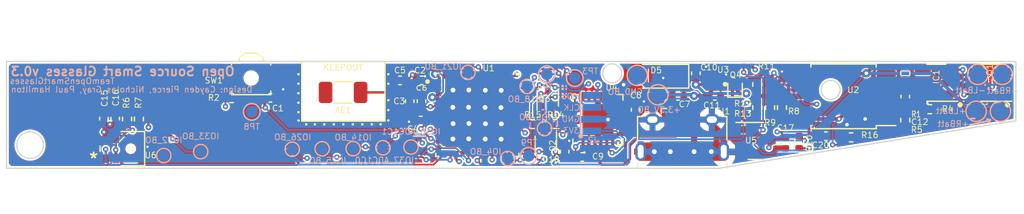
<source format=kicad_pcb>
(kicad_pcb (version 20211014) (generator pcbnew)
  (title_block (title "Open Source Smart Glasses") (date "2022-06-26") (rev "v0.3") (comment 1 "Design: Cayden Pierce, Nicholas Gray, Paul Hamilton") (comment 2 "TeamOpenSmartGlasses"))
  (layers (0 "F.Cu" signal "F.Cu_Signals") (1 "In1.Cu" power "In1.Cu_GND") (2 "In2.Cu" mixed "In2.Cu_Power_GND") (31 "B.Cu" signal "B.Cu_Signals") (34 "B.Paste" user) (35 "F.Paste" user) (36 "B.SilkS" user "B.Silkscreen") (37 "F.SilkS" user "F.Silkscreen") (38 "B.Mask" user) (39 "F.Mask" user) (44 "Edge.Cuts" user))
  (net 0 "")
  (net 1 "EN")
  (net 2 "GND")
  (net 3 "+3.3VA")
  (net 4 "ADC1C0")
  (net 5 "ADC1C1")
  (net 6 "ADC1C2")
  (net 7 "Net-(C12-Pad1)")
  (net 8 "BATT-")
  (net 9 "Net-(D1-Pad1)")
  (net 10 "Net-(D1-Pad2)")
  (net 11 "Net-(D2-Pad1)")
  (net 12 "Net-(D2-Pad2)")
  (net 13 "Net-(C9-Pad1)")
  (net 15 "Net-(Q2-Pad1)")
  (net 16 "RTS")
  (net 17 "Net-(Q3-Pad1)")
  (net 18 "IO0")
  (net 19 "DTR")
  (net 20 "BATT+")
  (net 21 "+3V3")
  (net 22 "Net-(IC1-Pad2)")
  (net 23 "Net-(R5-Pad2)")
  (net 24 "IO4")
  (net 25 "TX_ESP")
  (net 26 "RX_ESP")
  (net 27 "IO2")
  (net 28 "IO25")
  (net 29 "IO26")
  (net 30 "IO21")
  (net 31 "IO22")
  (net 32 "IO15")
  (net 33 "IO14")
  (net 34 "IO13")
  (net 35 "IO12")
  (net 38 "IO34")
  (net 39 "IO35")
  (net 40 "IO32")
  (net 41 "IO33")
  (net 42 "IO27")
  (net 44 "IO10")
  (net 48 "EXT1_MIC_CLK")
  (net 49 "IO5")
  (net 50 "IO18")
  (net 51 "IO19")
  (net 59 "Net-(IC1-Pad1)")
  (net 60 "Net-(IC1-Pad3)")
  (net 66 "V_PSU")
  (net 67 "USB-")
  (net 68 "USB+")
  (net 74 "IO39")
  (net 77 "PSEN")
  (net 78 "Net-(AE1-Pad2)")
  (net 79 "EXT1_MIC_DATA")
  (net 80 "Net-(R6-Pad1)")
  (net 83 "V_USB")
  (footprint "Package_TO_SOT_SMD:SOT-23-6" (layer "F.Cu") (at 157.843507 76.795775 180)
    (fp_text reference "Q1")
    (fp_text value "FS8205A")
  )
  (footprint "Diode_SMD:D_0402_1005Metric" (layer "F.Cu") (at 140.3 76.945 -90)
    (fp_text reference "D1" hide)
    (fp_text value "LED")
  )
  (footprint "Capacitor_SMD:C_0402_1005Metric" (layer "F.Cu") (at 122 82.6 90)
    (fp_text reference "C18")
    (fp_text value "0.1uF")
  )
  (footprint "Button_Switch_SMD:SW_SPST_B3U-3000P-B" (layer "F.Cu") (at 95.6 76.4)
    (fp_text reference "SW1")
    (fp_text value "SW_SPST")
  )
  (footprint "Package_TO_SOT_SMD:SOT-523" (layer "F.Cu") (at 120.574511 78.109511 90)
    (fp_text reference "Q3")
    (fp_text value "Q_NPN_BEC")
  )
  (footprint "Resistor_SMD:R_0402_1005Metric" (layer "F.Cu") (at 152.75 79.025 180)
    (fp_text reference "R4")
    (fp_text value "1K")
  )
  (footprint "Capacitor_SMD:C_0402_1005Metric" (layer "F.Cu") (at 97.225 78.065)
    (fp_text reference "C1")
    (fp_text value "1uF")
  )
  (footprint "Package_TO_SOT_SMD:SOT-523" (layer "F.Cu") (at 120.415 81.95 -90)
    (fp_text reference "Q2")
    (fp_text value "Q_NPN_BEC")
  )
  (footprint "Diode_SMD:D_SOD-123" (layer "F.Cu") (at 130.2 76.25 180)
    (fp_text reference "D5")
    (fp_text value "RB160M-30")
  )
  (footprint "Capacitor_SMD:C_0402_1005Metric" (layer "F.Cu") (at 84.15 79.82 -90)
    (fp_text reference "C16")
    (fp_text value "1uF/C0G")
  )
  (footprint "Resistor_SMD:R_0402_1005Metric" (layer "F.Cu") (at 86.15 79.85 90)
    (fp_text reference "R6")
    (fp_text value "10K*")
  )
  (footprint "Capacitor_SMD:C_0402_1005Metric" (layer "F.Cu") (at 131.55 77.9)
    (fp_text reference "C7")
    (fp_text value "1uF")
  )
  (footprint "OSSG_footprints:ANT3216LL00R2400A" (layer "F.Cu") (at 103.342 77.512)
    (fp_text reference "AE1")
    (fp_text value "ANT3216LL00R2400A")
  )
  (footprint "OSSG_footprints:MP23DB01HPTR" (layer "F.Cu") (at 84.75 82.35 180)
    (fp_text reference "U6")
    (fp_text value "MP23DB01HPTR")
  )
  (footprint "Capacitor_SMD:C_0402_1005Metric" (layer "F.Cu") (at 109.88 79.98 180)
    (fp_text reference "C4")
    (fp_text value "0.1uF")
  )
  (footprint "Resistor_SMD:R_0201_0603Metric" (layer "F.Cu") (at 137.4 75.4)
    (fp_text reference "R11")
    (fp_text value "NC")
  )
  (footprint "Package_TO_SOT_SMD:SOT-23-6" (layer "F.Cu") (at 153.293507 76.795775 180)
    (property "VALUE" "DW01A")
    (fp_text reference "IC1")
    (fp_text value "DW01A")
  )
  (footprint "OSSG_footprints:ESP32_PICO_D4" (layer "F.Cu") (at 114.65 79.5)
    (fp_text reference "U1")
    (fp_text value "ESP32-PICO-D4")
  )
  (footprint "Resistor_SMD:R_0402_1005Metric" (layer "F.Cu") (at 85.15 79.85 -90)
    (fp_text reference "R7")
    (fp_text value "10K*")
  )
  (footprint "Package_TO_SOT_SMD:SOT-23" (layer "F.Cu") (at 138.1 81.7)
    (fp_text reference "U5")
    (fp_text value "XC61CC3002MR")
  )
  (footprint "Resistor_SMD:R_0402_1005Metric" (layer "F.Cu") (at 146.125 81.4 180)
    (fp_text reference "R16")
    (fp_text value "100k")
  )
  (footprint "Resistor_SMD:R_0402_1005Metric" (layer "F.Cu") (at 139.3 78.89 90)
    (fp_text reference "R9")
    (fp_text value "1k")
  )
  (footprint "Capacitor_SMD:C_0402_1005Metric" (layer "F.Cu") (at 140.6 81.85 -90)
    (fp_text reference "C17")
    (fp_text value "0.1uF")
  )
  (footprint "Connector_USB:USB_Micro-B_Amphenol_10118194_Horizontal" (layer "F.Cu") (at 131.9 81.3)
    (fp_text reference "J1")
    (fp_text value "USB_B_Micro")
  )
  (footprint "Capacitor_SMD:C_0402_1005Metric" (layer "F.Cu") (at 144 81.3)
    (fp_text reference "C20")
    (fp_text value "0.1uF")
  )
  (footprint "Resistor_SMD:R_0402_1005Metric" (layer "F.Cu") (at 138.225 78.89 -90)
    (fp_text reference "R13")
    (fp_text value "160K")
  )
  (footprint "Capacitor_SMD:C_0402_1005Metric" (layer "F.Cu") (at 109.9625 76.6)
    (fp_text reference "C2")
    (fp_text value "10uF")
  )
  (footprint "Resistor_SMD:R_0402_1005Metric" (layer "F.Cu") (at 140.3 78.89 90)
    (fp_text reference "R8")
    (fp_text value "1k")
  )
  (footprint "Package_SO:SOP-8_5.28x5.23mm_P1.27mm" (layer "F.Cu") (at 145.486075 77.94 180)
    (fp_text reference "U2")
    (fp_text value "TP4056")
  )
  (footprint "Capacitor_SMD:C_0402_1005Metric" (layer "F.Cu") (at 150.686075 77.955 -90)
    (fp_text reference "C12")
    (fp_text value "100nF")
  )
  (footprint "Resistor_SMD:R_0402_1005Metric" (layer "F.Cu") (at 150.686075 79.945 90)
    (fp_text reference "R5")
    (fp_text value "4K")
  )
  (footprint "Resistor_SMD:R_0402_1005Metric" (layer "F.Cu") (at 93.95 78.09 180)
    (fp_text reference "R2")
    (fp_text value "10K")
  )
  (footprint "Capacitor_SMD:C_0402_1005Metric" (layer "F.Cu") (at 134.65 77.9 180)
    (fp_text reference "C11")
    (fp_text value "1uF")
  )
  (footprint "Capacitor_SMD:C_0402_1005Metric" (layer "F.Cu") (at 123.48 83.05)
    (fp_text reference "C9")
    (fp_text value "0.1uF")
  )
  (footprint "Capacitor_SMD:C_0402_1005Metric" (layer "F.Cu") (at 133.05 76 -90)
    (fp_text reference "C10")
    (fp_text value "1uF")
  )
  (footprint "Diode_SMD:D_0402_1005Metric" (layer "F.Cu") (at 139.3 76.945 -90)
    (fp_text reference "D2" hide)
    (fp_text value "LED")
  )
  (footprint "OSSG_footprints:REG_NCP167BMX330TBG" (layer "F.Cu") (at 134.4625 76.6 180)
    (fp_text reference "U3")
    (fp_text value "NCP167BMX330TBG")
  )
  (footprint "Capacitor_SMD:C_0402_1005Metric" (layer "F.Cu") (at 109.95 78.35 90)
    (fp_text reference "C6")
    (fp_text value "0.1uF")
  )
  (footprint "Package_DFN_QFN:QFN-24-1EP_4x4mm_P0.5mm_EP2.6x2.6mm" (layer "F.Cu") (at 124.8 79.9 90)
    (fp_text reference "U4")
    (fp_text value "CH9102F")
  )
  (footprint "Capacitor_SMD:C_0402_1005Metric" (layer "F.Cu") (at 127.975 79.075 -90)
    (fp_text reference "C8")
    (fp_text value "1uF")
  )
  (footprint "Resistor_SMD:R_0402_1005Metric" (layer "F.Cu") (at 121.2 80.27)
    (fp_text reference "R14")
    (fp_text value "10K")
  )
  (footprint "Capacitor_SMD:C_0402_1005Metric" (layer "F.Cu") (at 108.14 76.6 180)
    (fp_text reference "C5")
    (fp_text value "0.1uF")
  )
  (footprint "Resistor_SMD:R_0402_1005Metric" (layer "F.Cu") (at 141.75 81.8 -90)
    (fp_text reference "R10")
    (fp_text value "100k")
  )
  (footprint "Capacitor_SMD:C_0402_1005Metric" (layer "F.Cu") (at 83.2 79.82 -90)
    (fp_text reference "C15")
    (fp_text value "100nF/C0G")
  )
  (footprint "Package_TO_SOT_SMD:SOT-883" (layer "F.Cu") (at 136.35 77.2 90)
    (fp_text reference "Q4")
    (fp_text value "Q_PMOS_GSD")
  )
  (footprint "Resistor_SMD:R_0402_1005Metric" (layer "F.Cu") (at 150.686075 76.005 -90)
    (fp_text reference "R1")
    (fp_text value "100")
  )
  (footprint "Resistor_SMD:R_0402_1005Metric" (layer "F.Cu") (at 138.225 76.94 -90)
    (fp_text reference "R12")
    (fp_text value "442K")
  )
  (footprint "Resistor_SMD:R_0402_1005Metric" (layer "F.Cu") (at 119.3 80.27 180)
    (fp_text reference "R15")
    (fp_text value "10K")
  )
  (footprint "Capacitor_SMD:C_0402_1005Metric" (layer "F.Cu") (at 108.95 78.35 90)
    (fp_text reference "C3")
    (fp_text value "0.1uF")
  )
  (footprint "OSSG_footprints:Solder-4P-Connector" (layer "B.Cu") (at 124.315 79.395 90)
    (fp_text reference "J2")
    (fp_text value "External PDM Mic Input")
  )
  (footprint "OSSG_footprints:Breakout_pads" (layer "B.Cu") (at 158.85 76.09 180)
    (fp_text reference "TP16")
    (fp_text value "-RBatt")
  )
  (footprint "OSSG_footprints:Breakout_pads_small" (layer "B.Cu") (at 117.2 83.18 180)
    (fp_text reference "TP1")
    (fp_text value "IO4_BO")
  )
  (footprint "TestPoint:TestPoint_Pad_D1.0mm" (layer "B.Cu") (at 118.97 82.95 180)
    (fp_text reference "TP9")
    (fp_text value "IO0_TP")
  )
  (footprint "OSSG_footprints:Breakout_pads_small" (layer "B.Cu") (at 101.58 82.36 180)
    (fp_text reference "TP6")
    (fp_text value "IO25_BO")
  )
  (footprint "OSSG_footprints:Breakout_pads" (layer "B.Cu") (at 128.11 76.18 180)
    (fp_text reference "TP18")
    (fp_text value "GND_BO")
  )
  (footprint "OSSG_footprints:Breakout_pads_small" (layer "B.Cu") (at 109.06 82.21 180)
    (fp_text reference "TP11")
    (fp_text value "IO38_ADC1C1")
  )
  (footprint "OSSG_footprints:Breakout_pads_small" (layer "B.Cu") (at 106.7 82.27 180)
    (fp_text reference "TP10")
    (fp_text value "IO37_ADC1C0")
  )
  (footprint "OSSG_footprints:Breakout_pads_small" (layer "B.Cu") (at 118.84 77.11 180)
    (fp_text reference "TP2")
    (fp_text value "IO18_BO")
  )
  (footprint "OSSG_footprints:Breakout_pads_small" (layer "B.Cu") (at 104.19 82.35 180)
    (fp_text reference "TP20")
    (fp_text value "IO14_BO")
  )
  (footprint "OSSG_footprints:Breakout_pads_small" (layer "B.Cu") (at 120.3 80.66 180)
    (fp_text reference "TP21")
    (fp_text value "IO5_BO")
  )
  (footprint "OSSG_footprints:Breakout_pads_small" (layer "B.Cu") (at 91.35 82.6 180)
    (fp_text reference "TP24")
    (fp_text value "IO33_BO")
  )
  (footprint "OSSG_footprints:Breakout_pads_small" (layer "B.Cu") (at 113.86 75.93 180)
    (fp_text reference "TP19")
    (fp_text value "IO21_BO")
  )
  (footprint "OSSG_footprints:Breakout_pads_small" (layer "B.Cu") (at 99.06 82.4 180)
    (fp_text reference "TP7")
    (fp_text value "IO26_BO")
  )
  (footprint "TestPoint:TestPoint_Pad_D1.0mm" (layer "B.Cu") (at 120.5 76.08 180)
    (fp_text reference "TP4")
    (fp_text value "RXIN")
  )
  (footprint "OSSG_footprints:Breakout_pads" (layer "B.Cu") (at 156.8 76.09 180)
    (fp_text reference "TP14")
    (fp_text value "-LBatt")
  )
  (footprint "OSSG_footprints:Breakout_pads" (layer "B.Cu") (at 158.7 79.2 180)
    (fp_text reference "TP15")
    (fp_text value "+RBatt")
  )
  (footprint "TestPoint:TestPoint_Pad_D1.0mm" (layer "B.Cu") (at 122.85 76.4 180)
    (fp_text reference "TP3")
    (fp_text value "TXIN")
  )
  (footprint "OSSG_footprints:Breakout_pads" (layer "B.Cu") (at 129.86 77.81 180)
    (fp_text reference "TP17")
    (fp_text value "+3.3V_BO")
  )
  (footprint "TestPoint:TestPoint_Pad_D1.0mm" (layer "B.Cu") (at 95.65 79.25 180)
    (fp_text reference "TP8")
    (fp_text value "EN_TP")
  )
  (footprint "OSSG_footprints:Breakout_pads" (layer "B.Cu") (at 156.65 79.2 180)
    (fp_text reference "TP13")
    (fp_text value "+LBatt")
  )
  (footprint "OSSG_footprints:Breakout_pads_small" (layer "B.Cu") (at 88.24 82.93 180)
    (fp_text reference "TP22")
    (fp_text value "IO32_BO")
  )
  (gr_line (start 156.09 80.36) (end 157.7 80) (layer "B.SilkS") (width 0.15))
  (gr_line (start 157.85 79.93) (end 157.69 80.16) (layer "B.SilkS") (width 0.15))
  (gr_line (start 122.716908 77.760959) (end 123.163088 77.877088) (layer "B.SilkS") (width 0.1))
  (gr_line (start 157.84 79.92) (end 157.56 79.86) (layer "B.SilkS") (width 0.15))
  (gr_line (start 156.23 79.81) (end 156.53 79.81) (layer "B.SilkS") (width 0.15))
  (gr_circle (center 76.981967 82.05) (end 77.481967 81.05) (layer "Edge.Cuts") (width 0.1) (fill none))
  (gr_line (start 75 84) (end 75 75) (layer "Edge.Cuts") (width 0.1))
  (gr_line (start 75 75) (end 160 75) (layer "Edge.Cuts") (width 0.1))
  (gr_circle (center 144.4 77.4) (end 144.9 76.781967) (layer "Edge.Cuts") (width 0.1) (fill none))
  (gr_line (start 135 84) (end 75 84) (layer "Edge.Cuts") (width 0.1))
  (gr_line (start 135 84) (end 160 80) (layer "Edge.Cuts") (width 0.1))
  (gr_circle (center 126 76) (end 126.5 75.381967) (layer "Edge.Cuts") (width 0.1) (fill none))
  (gr_line (start 160 80) (end 160 75) (layer "Edge.Cuts") (width 0.1))
  (gr_text "TeamOpenSmartGlasses\n" (at 79.7 76.65) (layer "B.SilkS") (effects (font (size 0.5 0.5) (thickness 0.07)) (justify mirror)))
  (gr_text "Design: Cayden Pierce, Nicholas Gray, Paul Hamilton" (at 85.544 77.366) (layer "B.SilkS") (effects (font (size 0.5 0.5) (thickness 0.07)) (justify mirror)))
  (gr_text "Open Source Smart Glasses v0.3" (at 84.782 75.842) (layer "B.SilkS") (effects (font (size 0.75 0.75)) (justify mirror)))
  (gr_text ".\n" (at 159.3 78.05) (layer "F.SilkS") (effects (font (size 1.5 1.5) (thickness 0.3))))
  (gr_text ".\n" (at 155.3 78.05) (layer "F.SilkS") (effects (font (size 1.5 1.5) (thickness 0.3))))
  (segment (start 96.13 77.45) (end 96.745 78.065) (width 0.25) (layer "F.Cu") (net 1))
  (segment (start 119.84 82.595) (end 120.415 82.595) (width 0.15) (layer "F.Cu") (net 1))
  (segment (start 95.2 77.45) (end 96.13 77.45) (width 0.25) (layer "F.Cu") (net 1))
  (segment (start 94.56 78.09) (end 95.2 77.45) (width 0.25) (layer "F.Cu") (net 1))
  (segment (start 96.77 76.43) (end 97.3 75.9) (width 0.4) (layer "F.Cu") (net 1))
  (segment (start 111.385 80.75) (end 110.74 80.75) (width 0.15) (layer "F.Cu") (net 1))
  (segment (start 94.46 78.09) (end 94.56 78.09) (width 0.25) (layer "F.Cu") (net 1))
  (segment (start 96.745 78.845) (end 96.85 78.95) (width 0.25) (layer "F.Cu") (net 1))
  (segment (start 96.745 78.065) (end 96.745 78.845) (width 0.25) (layer "F.Cu") (net 1))
  (segment (start 110.74 80.75) (end 110.7 80.71) (width 0.15) (layer "F.Cu") (net 1))
  (segment (start 96.77 78.1) (end 96.77 76.43) (width 0.4) (layer "F.Cu") (net 1))
  (via (at 110.7 80.71) (size 0.45) (drill 0.2) (layers "F.Cu" "B.Cu") (net 1))
  (via (at 119.84 82.595) (size 0.45) (drill 0.2) (layers "F.Cu" "B.Cu") (net 1))
  (via (at 96.8 78.9) (size 0.45) (drill 0.2) (layers "F.Cu" "B.Cu") (net 1))
  (segment (start 96 78.9) (end 95.65 79.25) (width 0.25) (layer "B.Cu") (net 1))
  (segment (start 96.75 78.85) (end 96.8 78.9) (width 0.15) (layer "B.Cu") (net 1))
  (segment (start 96.8 78.9) (end 96.05 78.9) (width 0.15) (layer "B.Cu") (net 1))
  (segment (start 96.8 78.9) (end 98.724511 80.824511) (width 0.15) (layer "B.Cu") (net 1))
  (segment (start 98.779022 80.77) (end 98.724511 80.824511) (width 0.15) (layer "B.Cu") (net 1))
  (segment (start 108.95 80.77) (end 98.779022 80.77) (width 0.15) (layer "B.Cu") (net 1))
  (segment (start 110.7 80.71) (end 110.240489 81.169511) (width 0.15) (layer "B.Cu") (net 1))
  (segment (start 96.05 78.9) (end 96 78.9) (width 0.25) (layer "B.Cu") (net 1))
  (segment (start 110.240489 81.169511) (end 109.349511 81.169511) (width 0.15) (layer "B.Cu") (net 1))
  (segment (start 109.349511 81.169511) (end 108.95 80.77) (width 0.15) (layer "B.Cu") (net 1))
  (segment (start 137.2125 82.5) (end 137.9 82.5) (width 0.15) (layer "F.Cu") (net 2))
  (segment (start 134.9425 76.275) (end 134.7875 76.275) (width 0.25) (layer "F.Cu") (net 2))
  (segment (start 123.96 82.967036) (end 123.664663 82.671699) (width 0.15) (layer "F.Cu") (net 2))
  (segment (start 134.7875 76.275) (end 134.4625 76.6) (width 0.25) (layer "F.Cu") (net 2))
  (segment (start 146.635 80.515) (end 147.305 79.845) (width 0.15) (layer "F.Cu") (net 2))
  (segment (start 108.93 79.99) (end 108.892668 80.027332) (width 0.15) (layer "F.Cu") (net 2))
  (segment (start 130.9 82.6) (end 132.9 82.6) (width 0.6) (layer "F.Cu") (net 2))
  (segment (start 109.91098 78.04549) (end 109.925 78.05951) (width 0.2) (layer "F.Cu") (net 2))
  (segment (start 135.6 77) (end 135.6 76.1) (width 0.15) (layer "F.Cu") (net 2))
  (segment (start 110.4425 76.6) (end 110.4425 76.455) (width 0.15) (layer "F.Cu") (net 2))
  (segment (start 148.920358 77.305) (end 147.986555 78.238803) (width 0.2) (layer "F.Cu") (net 2))
  (segment (start 97.705 77.945) (end 98.3 77.35) (width 0.25) (layer "F.Cu") (net 2))
  (segment (start 137.8 79.4) (end 137.6 79.2) (width 0.15) (layer "F.Cu") (net 2))
  (segment (start 152.24 78.835) (end 152.55 78.525) (width 0.25) (layer "F.Cu") (net 2))
  (segment (start 134.4 80.35) (end 135.075 81.025) (width 0.6) (layer "F.Cu") (net 2))
  (segment (start 109.95 77.87) (end 108.95 77.87) (width 0.15) (layer "F.Cu") (net 2))
  (segment (start 123.96 83.05) (end 123.96 81.9275) (width 0.15) (layer "F.Cu") (net 2))
  (segment (start 135.075 81.025) (end 135.4 81.35) (width 0.6) (layer "F.Cu") (net 2))
  (segment (start 150.686075 80.455) (end 149.696075 80.455) (width 0.2) (layer "F.Cu") (net 2))
  (segment (start 139.5 82.95) (end 140.12 82.33) (width 0.15) (layer "F.Cu") (net 2))
  (segment (start 146.255 79.845) (end 147.305 79.845) (width 0.25) (layer "F.Cu") (net 2))
  (segment (start 124.05 80.65) (end 124.8 79.9) (width 0.15) (layer "F.Cu") (net 2))
  (segment (start 84.18 79.31) (end 84.15 79.34) (width 0.25) (layer "F.Cu") (net 2))
  (segment (start 86.123 82.35) (end 86.71 82.35) (width 0.2) (layer "F.Cu") (net 2))
  (segment (start 129 82.6) (end 129.55 82.6) (width 0.6) (layer "F.Cu") (net 2))
  (segment (start 148.920358 79.845) (end 149.086075 79.845) (width 0.2) (layer "F.Cu") (net 2))
  (segment (start 127.975 78.595) (end 128.455 78.595) (width 0.15) (layer "F.Cu") (net 2))
  (segment (start 144.48 81.3) (end 144.48 81.30693) (width 0.25) (layer "F.Cu") (net 2))
  (segment (start 135.13 77.9) (end 135.13 77.47) (width 0.15) (layer "F.Cu") (net 2))
  (segment (start 123.96 83.05) (end 123.96 82.967036) (width 0.15) (layer "F.Cu") (net 2))
  (segment (start 134.35 82.6) (end 134.8 82.6) (width 0.6) (layer "F.Cu") (net 2))
  (segment (start 138.75 82.95) (end 139.5 82.95) (width 0.15) (layer "F.Cu") (net 2))
  (segment (start 133.05 75.52) (end 133.83 75.52) (width 0.15) (layer "F.Cu") (net 2))
  (segment (start 145.59 80.51) (end 145.775 80.325) (width 0.25) (layer "F.Cu") (net 2))
  (segment (start 145.59 80.51) (end 145.27 80.51) (width 0.25) (layer "F.Cu") (net 2))
  (segment (start 147.305 79.845) (end 149.086075 79.845) (width 0.25) (layer "F.Cu") (net 2))
  (segment (start 135.4 81.35) (end 135.4 82.6) (width 0.6) (layer "F.Cu") (net 2))
  (segment (start 85.15 79.31) (end 84.18 79.31) (width 0.25) (layer "F.Cu") (net 2))
  (segment (start 84.15 79.34) (end 83.2 79.34) (width 0.25) (layer "F.Cu") (net 2))
  (segment (start 135.13 77.47) (end 135.6 77) (width 0.15) (layer "F.Cu") (net 2))
  (segment (start 108.892668 80.027332) (end 108.892668 80.078575) (width 0.15) (layer "F.Cu") (net 2))
  (segment (start 83.17 79.37) (end 83.2 79.34) (width 0.25) (layer "F.Cu") (net 2))
  (segment (start 133.83 75.52) (end 133.9 75.45) (width 0.15) (layer "F.Cu") (net 2))
  (segment (start 109.4 79.98) (end 108.94 79.98) (width 0.15) (layer "F.Cu") (net 2))
  (segment (start 140.12 82.33) (end 140.6 82.33) (width 0.15) (layer "F.Cu") (net 2))
  (segment (start 145.775 80.325) (end 146.255 79.845) (width 0.25) (layer "F.Cu") (net 2))
  (segment (start 110.4425 76.455) (end 110.2375 76.25) (width 0.15) (layer "F.Cu") (net 2))
  (segment (start 132.9 82.6) (end 134.35 82.6) (width 0.6) (layer "F.Cu") (net 2))
  (segment (start 136.0625 81.35) (end 137.2125 82.5) (width 0.6) (layer "F.Cu") (net 2))
  (segment (start 152.24 79.025) (end 152.24 78.835) (width 0.25) (layer "F.Cu") (net 2))
  (segment (start 128.455 78.595) (end 128.675 78.375) (width 0.15) (layer "F.Cu") (net 2))
  (segment (start 135.4 81.35) (end 136.0625 81.35) (width 0.6) (layer "F.Cu") (net 2))
  (segment (start 135.425 76.275) (end 135.6 76.1) (width 0.25) (layer "F.Cu") (net 2))
  (segment (start 134.9425 76.275) (end 135.425 76.275) (width 0.25) (layer "F.Cu") (net 2))
  (segment (start 124.05 81.8375) (end 124.05 80.65) (width 0.15) (layer "F.Cu") (net 2))
  (segment (start 138.55 83.15) (end 138.75 82.95) (width 0.15) (layer "F.Cu") (net 2))
  (segment (start 147.986555 78.911197) (end 148.920358 79.845) (width 0.2) (layer "F.Cu") (net 2))
  (segment (start 110.4425 76.6) (end 110.4875 76.6) (width 0.15) (layer "F.Cu") (net 2))
  (segment (start 145.27 80.51) (end 144.48 81.3) (width 0.25) (layer "F.Cu") (net 2))
  (segment (start 97.705 78.065) (end 97.965 78.065) (width 0.25) (layer "F.Cu") (net 2))
  (segment (start 108.94 79.98) (end 108.93 79.99) (width 0.15) (layer "F.Cu") (net 2))
  (segment (start 138.225 79.4) (end 137.8 79.4) (width 0.15) (layer "F.Cu") (net 2))
  (segment (start 149.086075 77.305) (end 148.920358 77.305) (width 0.2) (layer "F.Cu") (net 2))
  (segment (start 134.4 79.9) (end 134.4 80.35) (width 0.6) (layer "F.Cu") (net 2))
  (segment (start 122 82.12) (end 122 82.066703) (width 0.15) (layer "F.Cu") (net 2))
  (segment (start 109.925 78.05951) (end 109.76598 78.05951) (width 0.2) (layer "F.Cu") (net 2))
  (segment (start 138.225 79.4) (end 138.06 79.4) (width 0.3) (layer "F.Cu") (net 2))
  (segment (start 86.71 82.35) (end 86.87 82.19) (width 0.2) (layer "F.Cu") (net 2))
  (segment (start 133.2 79.9) (end 134.4 79.9) (width 0.4) (layer "F.Cu") (net 2))
  (segment (start 131.07 77.9) (end 131.07 77.17) (width 0.15) (layer "F.Cu") (net 2))
  (segment (start 97.705 78.065) (end 97.705 77.945) (width 0.25) (layer "F.Cu") (net 2))
  (segment (start 131.07 77.17) (end 130.3 76.4) (width 0.15) (layer "F.Cu") (net 2))
  (segment (start 129.55 82.6) (end 130.9 82.6) (width 0.6) (layer "F.Cu") (net 2))
  (segment (start 149.696075 80.455) (end 149.086075 79.845) (width 0.2) (layer "F.Cu") (net 2))
  (segment (start 129.4 79.55) (end 129.4 79.9) (width 0.2) (layer "F.Cu") (net 2))
  (segment (start 123.96 81.9275) (end 124.05 81.8375) (width 0.15) (layer "F.Cu") (net 2))
  (segment (start 137.9 82.5) (end 138.55 83.15) (width 0.15) (layer "F.Cu") (net 2))
  (segment (start 122 82.066703) (end 122.384362 81.682341) (width 0.15) (layer "F.Cu") (net 2))
  (segment (start 146.635 81.4) (end 146.635 80.515) (width 0.15) (layer "F.Cu") (net 2))
  (segment (start 147.986555 78.238803) (end 147.986555 78.911197) (width 0.2) (layer "F.Cu") (net 2))
  (via (at 112.61 80.24) (size 1) (drill 0.4) (layers "F.Cu" "B.Cu") (net 2))
  (via (at 112.58 78.87) (size 1) (drill 0.4) (layers "F.Cu" "B.Cu") (net 2))
  (via (at 135.6 76.1) (size 0.45) (drill 0.2) (layers "F.Cu" "B.Cu") (net 2))
  (via (at 100.96 80.3) (size 0.45) (drill 0.2) (layers "F.Cu" "B.Cu") (net 2))
  (via (at 105.76 80.3) (size 0.45) (drill 0.2) (layers "F.Cu" "B.Cu") (net 2))
  (via (at 115.3 78.88) (size 1) (drill 0.4) (layers "F.Cu" "B.Cu") (net 2))
  (via (at 104.16 80.3) (size 0.45) (drill 0.2) (layers "F.Cu" "B.Cu") (net 2))
  (via (at 99.58 79.28) (size 0.45) (drill 0.2) (layers "F.Cu" "B.Cu") (net 2))
  (via (at 107.15 79.1) (size 0.45) (drill 0.2) (layers "F.Cu" "B.Cu") (net 2))
  (via (at 137.6 79.2) (size 0.45) (drill 0.2) (layers "F.Cu" "B.Cu") (net 2))
  (via (at 99.58 78.48) (size 0.45) (drill 0.2) (layers "F.Cu" "B.Cu") (net 2))
  (via (at 112.6 77.42) (size 1) (drill 0.4) (layers "F.Cu" "B.Cu") (net 2))
  (via (at 99.58 76.88) (size 0.45) (drill 0.2) (layers "F.Cu" "B.Cu") (net 2))
  (via (at 123.664663 82.671699) (size 0.45) (drill 0.2) (layers "F.Cu" "B.Cu") (net 2))
  (via (at 86.87 82.19) (size 0.45) (drill 0.2) (layers "F.Cu" "B.Cu") (net 2))
  (via (at 106.5 80.3) (size 0.45) (drill 0.2) (layers "F.Cu" "B.Cu") (net 2))
  (via (at 122.384362 81.682341) (size 0.45) (drill 0.2) (layers "F.Cu" "B.Cu") (net 2))
  (via (at 102.56 80.3) (size 0.45) (drill 0.2) (layers "F.Cu" "B.Cu") (net 2))
  (via (at 113.91 78.86) (size 1) (drill 0.4) (layers "F.Cu" "B.Cu") (net 2))
  (via (at 108.892668 80.078575) (size 0.45) (drill 0.2) (layers "F.Cu" "B.Cu") (net 2))
  (via (at 107.15 76.08) (size 0.45) (drill 0.2) (layers "F.Cu" "B.Cu") (net 2))
  (via (at 116.66 77.44) (size 1) (drill 0.4) (layers "F.Cu" "B.Cu") (net 2))
  (via (at 152.55 78.525) (size 0.45) (drill 0.2) (layers "F.Cu" "B.Cu") (net 2))
  (via (at 115.33 80.25) (size 1) (drill 0.4) (layers "F.Cu" "B.Cu") (net 2))
  (via (at 101.76 80.3) (size 0.45) (drill 0.2) (layers "F.Cu" "B.Cu") (net 2))
  (via (at 103.36 80.3) (size 0.45) (drill 0.2) (layers "F.Cu" "B.Cu") (net 2))
  (via (at 115.31 81.54) (size 1) (drill 0.4) (layers "F.Cu" "B.Cu") (net 2))
  (via (at 125.65 79.9) (size 0.7) (drill 0.3) (layers "F.Cu" "B.Cu") (net 2))
  (via (at 126.97 76.96) (size 0.7) (drill 0.3) (layers "F.Cu" "B.Cu") (net 2))
  (via (at 145.775 80.325) (size 0.7) (drill 0.3) (layers "F.Cu" "B.Cu") (net 2))
  (via (at 99.58 76.08) (size 0.45) (drill 0.2) (layers "F.Cu" "B.Cu") (net 2))
  (via (at 128.675 78.375) (size 0.45) (drill 0.2) (layers "F.Cu" "B.Cu") (net 2))
  (via (at 132.9 82.6) (size 1) (drill 0.4) (layers "F.Cu" "B.Cu") (net 2))
  (via (at 107.15 76.88) (size 0.45) (drill 0.2) (layers "F.Cu" "B.Cu") (net 2))
  (via (at 110.2375 76.25) (size 0.45) (drill 0.2) (layers "F.Cu" "B.Cu") (net 2))
  (via (at 116.67 80.26) (size 1) (drill 0.4) (layers "F.Cu" "B.Cu") (net 2))
  (via (at 130.3 76.4) (size 0.45) (drill 0.2) (layers "F.Cu" "B.Cu") (net 2))
  (via (at 98.3 77.35) (size 0.45) (drill 0.2) (layers "F.Cu" "B.Cu") (net 2))
  (via (at 107.15 78.27) (size 0.45) (drill 0.2) (layers "F.Cu" "B.Cu") (net 2))
  (via (at 116.65 81.55) (size 1) (drill 0.4) (layers "F.Cu" "B.Cu") (net 2))
  (via (at 100.24 80.3) (size 0.45) (drill 0.2) (layers "F.Cu" "B.Cu") (net 2))
  (via (at 113.94 80.23) (size 1) (drill 0.4) (layers "F.Cu" "B.Cu") (net 2))
  (via (at 147.305 79.845) (size 0.7) (drill 0.3) (layers "F.Cu" "B.Cu") (net 2))
  (via (at 107.15 79.97) (size 0.45) (drill 0.2) (layers "F.Cu" "B.Cu") (net 2))
  (via (at 129.55 82.6) (size 1) (drill 0.4) (layers "F.Cu" "B.Cu") (net 2))
  (via (at 99.58 77.68) (size 0.45) (drill 0.2) (layers "F.Cu" "B.Cu") (net 2))
  (via (at 104.96 80.3) (size 0.45) (drill 0.2) (layers "F.Cu" "B.Cu") (net 2))
  (via (at 130.9 82.6) (size 1) (drill 0.4) (layers "F.Cu" "B.Cu") (net 2))
  (via (at 113.92 81.52) (size 1) (drill 0.4) (layers "F.Cu" "B.Cu") (net 2))
  (via (at 99.59 79.98) (size 0.45) (drill 0.2) (layers "F.Cu" "B.Cu") (net 2))
  (via (at 134.35 82.6) (size 1) (drill 0.4) (layers "F.Cu" "B.Cu") (net 2))
  (via (at 116.64 78.89) (size 1) (drill 0.4) (layers "F.Cu" "B.Cu") (net 2))
  (via (at 113.93 77.41) (size 1) (drill 0.4) (layers "F.Cu" "B.Cu") (net 2))
  (via (at 115.32 77.43) (size 1) (drill 0.4) (layers "F.Cu" "B.Cu") (net 2))
  (via (at 112.59 81.53) (size 1) (drill 0.4) (layers "F.Cu" "B.Cu") (net 2))
  (via (at 133.9 75.45) (size 0.45) (drill 0.2) (layers "F.Cu" "B.Cu") (net 2))
  (segment (start 124.3 79.865) (end 125.615 79.865) (width 0.25) (layer "B.Cu") (net 2))
  (segment (start 127.75 76.18) (end 126.97 76.96) (width 0.25) (layer "B.Cu") (net 2))
  (segment (start 128.11 76.18) (end 127.75 76.18) (width 0.25) (layer "B.Cu") (net 2))
  (segment (start 125.615 79.865) (end 125.65 79.9) (width 0.25) (layer "B.Cu") (net 2))
  (segment (start 109.4825 76.424155) (end 109.188941 76.130596) (width 0.15) (layer "F.Cu") (net 3))
  (segment (start 114.4 75.954972) (end 114.180508 75.73548) (width 0.15) (layer "F.Cu") (net 3))
  (segment (start 111.385 77.75) (end 111.385 78.25) (width 0.15) (layer "F.Cu") (net 3))
  (segment (start 111.11 78.025) (end 111.385 77.75) (width 0.15) (layer "F.Cu") (net 3))
  (segment (start 109.4825 76.6) (end 109.4825 76.424155) (width 0.15) (layer "F.Cu") (net 3))
  (segment (start 112.9 76.235) (end 112.9 75.954972) (width 0.15) (layer "F.Cu") (net 3))
  (segment (start 111.60202 75.73548) (end 111.22548 75.73548) (width 0.15) (layer "F.Cu") (net 3))
  (segment (start 111.385 75.9525) (end 111.385 76.75) (width 0.15) (layer "F.Cu") (net 3))
  (segment (start 112.680508 75.73548) (end 111.60202 75.73548) (width 0.15) (layer "F.Cu") (net 3))
  (segment (start 108.8475 76.472037) (end 109.188941 76.130596) (width 0.15) (layer "F.Cu") (net 3))
  (segment (start 111.16 78.025) (end 111.385 78.25) (width 0.15) (layer "F.Cu") (net 3))
  (segment (start 114.180508 75.73548) (end 113.119492 75.73548) (width 0.15) (layer "F.Cu") (net 3))
  (segment (start 111.22548 75.73548) (end 109.70202 75.73548) (width 0.15) (layer "F.Cu") (net 3))
  (segment (start 110.8625 78.025) (end 111.16 78.025) (width 0.15) (layer "F.Cu") (net 3))
  (segment (start 113.119492 75.73548) (end 112.9 75.954972) (width 0.15) (layer "F.Cu") (net 3))
  (segment (start 110.8625 78.025) (end 111.11 78.025) (width 0.15) (layer "F.Cu") (net 3))
  (segment (start 111.60202 75.73548) (end 111.385 75.9525) (width 0.15) (layer "F.Cu") (net 3))
  (segment (start 108.8475 76.6) (end 108.8475 76.472037) (width 0.15) (layer "F.Cu") (net 3))
  (segment (start 109.4825 75.955) (end 109.4825 76.6) (width 0.15) (layer "F.Cu") (net 3))
  (segment (start 109.70202 75.73548) (end 109.4825 75.955) (width 0.15) (layer "F.Cu") (net 3))
  (segment (start 114.4 76.235) (end 114.4 75.954972) (width 0.15) (layer "F.Cu") (net 3))
  (segment (start 111.1875 75.9525) (end 111.385 75.9525) (width 0.15) (layer "F.Cu") (net 3))
  (segment (start 112.9 75.954972) (end 112.680508 75.73548) (width 0.15) (layer "F.Cu") (net 3))
  (segment (start 111.22548 75.91452) (end 111.09 76.05) (width 0.15) (layer "F.Cu") (net 3))
  (segment (start 111.09 76.05) (end 111.1875 75.9525) (width 0.15) (layer "F.Cu") (net 3))
  (segment (start 111.22548 75.73548) (end 111.22548 75.91452) (width 0.15) (layer "F.Cu") (net 3))
  (segment (start 108.6175 76.6) (end 109.4825 76.6) (width 0.2) (layer "F.Cu") (net 3))
  (via (at 110.8625 78.025) (size 0.7) (drill 0.3) (layers "F.Cu" "B.Cu") (net 3))
  (via (at 109.188941 76.130596) (size 0.45) (drill 0.2) (layers "F.Cu" "B.Cu") (net 3))
  (via (at 111.09 76.05) (size 0.7) (drill 0.3) (layers "F.Cu" "B.Cu") (net 3))
  (segment (start 111.7625 76.25) (end 111.7625 77.55) (width 0.15) (layer "B.Cu") (net 3))
  (segment (start 111.7625 77.55) (end 111.2875 78.025) (width 0.15) (layer "B.Cu") (net 3))
  (segment (start 111.4375 75.925) (end 111.7625 76.25) (width 0.15) (layer "B.Cu") (net 3))
  (segment (start 111.2875 78.025) (end 110.8625 78.025) (width 0.15) (layer "B.Cu") (net 3))
  (segment (start 108.393157 80.373157) (end 108.41 80.39) (width 0.15) (layer "F.Cu") (net 4))
  (segment (start 108.41 80.61) (end 107.74 81.28) (width 0.15) (layer "F.Cu") (net 4))
  (segment (start 109.50452 79.38452) (end 111.25048 79.38452) (width 0.15) (layer "F.Cu") (net 4))
  (segment (start 111.36 79.225) (end 111.385 79.25) (width 0.15) (layer "F.Cu") (net 4))
  (segment (start 108.95 78.83) (end 108.95 79.15) (width 0.15) (layer "F.Cu") (net 4))
  (segment (start 111.25048 79.38452) (end 111.385 79.25) (width 0.15) (layer "F.Cu") (net 4))
  (segment (start 108.393157 79.706843) (end 108.393157 80.373157) (width 0.15) (layer "F.Cu") (net 4))
  (segment (start 108.41 80.39) (end 108.41 80.61) (width 0.15) (layer "F.Cu") (net 4))
  (segment (start 108.95 78.83) (end 109.50452 79.38452) (width 0.15) (layer "F.Cu") (net 4))
  (segment (start 108.95 79.15) (end 108.393157 79.706843) (width 0.15) (layer "F.Cu") (net 4))
  (segment (start 108.9 79.00549) (end 109.014761 79.00549) (width 0.15) (layer "F.Cu") (net 4))
  (via (at 107.74 81.28) (size 0.45) (drill 0.2) (layers "F.Cu" "B.Cu") (net 4))
  (segment (start 106.75 82.27) (end 107.74 81.28) (width 0.15) (layer "B.Cu") (net 4))
  (segment (start 106.7 82.27) (end 106.75 82.27) (width 0.15) (layer "B.Cu") (net 4))
  (segment (start 111.04 79.75) (end 111.385 79.75) (width 0.15) (layer "F.Cu") (net 5))
  (segment (start 110.36 79.98) (end 110.36 80.2) (width 0.15) (layer "F.Cu") (net 5))
  (segment (start 110.36 80.2) (end 109.89 80.67) (width 0.15) (layer "F.Cu") (net 5))
  (segment (start 110.81 79.98) (end 111.04 79.75) (width 0.15) (layer "F.Cu") (net 5))
  (segment (start 110.36 79.98) (end 110.81 79.98) (width 0.15) (layer "F.Cu") (net 5))
  (via (at 109.89 80.67) (size 0.45) (drill 0.2) (layers "F.Cu" "B.Cu") (net 5))
  (via (at 110.01 81.87) (size 0.45) (drill 0.2) (layers "F.Cu" "B.Cu") (net 5))
  (segment (start 109.9 81.58) (end 109.9 81.76) (width 0.15) (layer "B.Cu") (net 5))
  (segment (start 109.810989 81.669011) (end 109.9 81.58) (width 0.15) (layer "B.Cu") (net 5))
  (segment (start 109.600989 81.669011) (end 109.810989 81.669011) (width 0.15) (layer "B.Cu") (net 5))
  (segment (start 109.9 81.76) (end 110.01 81.87) (width 0.15) (layer "B.Cu") (net 5))
  (segment (start 109.600989 81.669011) (end 109.06 82.21) (width 0.15) (layer "B.Cu") (net 5))
  (segment (start 111.36 78.725) (end 111.385 78.75) (width 0.15) (layer "F.Cu") (net 6))
  (segment (start 138.225 77.865) (end 138.225 77.45) (width 0.2) (layer "F.Cu") (net 6))
  (segment (start 110.16402 78.78049) (end 110.16402 78.63) (width 0.15) (layer "F.Cu") (net 6))
  (segment (start 138.225 78.38) (end 137.47 78.38) (width 0.2) (layer "F.Cu") (net 6))
  (segment (start 137.47 78.38) (end 137.35 78.5) (width 0.2) (layer "F.Cu") (net 6))
  (segment (start 111.05 78.725) (end 111.36 78.725) (width 0.15) (layer "F.Cu") (net 6))
  (segment (start 109.925 79.01951) (end 110.16402 78.78049) (width 0.15) (layer "F.Cu") (net 6))
  (segment (start 109.95 78.83) (end 110.945 78.83) (width 0.15) (layer "F.Cu") (net 6))
  (segment (start 110.945 78.83) (end 111.05 78.725) (width 0.15) (layer "F.Cu") (net 6))
  (segment (start 138.225 78.38) (end 138.225 77.865) (width 0.2) (layer "F.Cu") (net 6))
  (via (at 121.25 83.53) (size 0.45) (drill 0.2) (layers "F.Cu" "B.Cu") (net 6))
  (via (at 137.35 78.5) (size 0.45) (drill 0.2) (layers "F.Cu" "B.Cu") (net 6))
  (via (at 110.7 78.81) (size 0.45) (drill 0.2) (layers "F.Cu" "B.Cu") (net 6))
  (segment (start 137.05 81.375) (end 137.05 78.8) (width 0.15) (layer "B.Cu") (net 6))
  (segment (start 127.45 83.48976) (end 127.24952 83.69024) (width 0.15) (layer "B.Cu") (net 6))
  (segment (start 121.25 83.53) (end 121.02 83.53) (width 0.15) (layer "B.Cu") (net 6))
  (segment (start 127.45 83.45) (end 127.45 81.951772) (width 0.15) (layer "B.Cu") (net 6))
  (segment (start 121 83.55) (end 121.07548 83.62548) (width 0.15) (layer "B.Cu") (net 6))
  (segment (start 127.24702 83.68) (end 121.07298 83.68) (width 0.15) (layer "B.Cu") (net 6))
  (segment (start 136.87452 81.55048) (end 137.05 81.375) (width 0.15) (layer "B.Cu") (net 6))
  (segment (start 121.07548 83.62548) (end 121.07548 83.7) (width 0.15) (layer "B.Cu") (net 6))
  (segment (start 127.45 81.951772) (end 127.851292 81.55048) (width 0.15) (layer "B.Cu") (net 6))
  (segment (start 137.05 78.8) (end 137.35 78.5) (width 0.15) (layer "B.Cu") (net 6))
  (segment (start 121.02 83.53) (end 121 83.55) (width 0.15) (layer "B.Cu") (net 6))
  (segment (start 127.851292 81.55048) (end 136.87452 81.55048) (width 0.15) (layer "B.Cu") (net 6))
  (segment (start 150.96685 76.795775) (end 150.686075 76.515) (width 0.25) (layer "F.Cu") (net 7))
  (segment (start 152.156007 76.795775) (end 150.96685 76.795775) (width 0.25) (layer "F.Cu") (net 7))
  (segment (start 150.686075 76.515) (end 150.686075 77.475) (width 0.25) (layer "F.Cu") (net 7))
  (segment (start 154.8 78.5) (end 153.631973 79.668027) (width 0.2) (layer "F.Cu") (net 8))
  (segment (start 157.85 77.49) (end 157.85 77.6) (width 0.2) (layer "F.Cu") (net 8))
  (segment (start 157.45 78.5) (end 154.8 78.5) (width 0.2) (layer "F.Cu") (net 8))
  (segment (start 151.3753 77.745775) (end 150.686075 78.435) (width 0.2) (layer "F.Cu") (net 8))
  (segment (start 157.85 77.6) (end 157.85 78.1) (width 0.2) (layer "F.Cu") (net 8))
  (segment (start 153.615759 79.668027) (end 153.518491 79.765295) (width 0.2) (layer "F.Cu") (net 8))
  (segment (start 152.156007 77.745775) (end 151.3753 77.745775) (width 0.2) (layer "F.Cu") (net 8))
  (segment (start 157.85 76.425) (end 157.85 77.49) (width 0.2) (layer "F.Cu") (net 8))
  (segment (start 151.5 79.425) (end 151.5 78.85) (width 0.2) (layer "F.Cu") (net 8))
  (segment (start 151.840295 79.765295) (end 151.5 79.425) (width 0.2) (layer "F.Cu") (net 8))
  (segment (start 157.85 78.1) (end 157.45 78.5) (width 0.2) (layer "F.Cu") (net 8))
  (segment (start 158.981007 75.845775) (end 159.543507 75.845775) (width 0.2) (layer "F.Cu") (net 8))
  (segment (start 153.631973 79.668027) (end 153.615759 79.668027) (width 0.2) (layer "F.Cu") (net 8))
  (segment (start 151.085 78.435) (end 150.686075 78.435) (width 0.2) (layer "F.Cu") (net 8))
  (segment (start 158.429225 75.845775) (end 157.85 76.425) (width 0.2) (layer "F.Cu") (net 8))
  (segment (start 158 77.14) (end 158 77.34) (width 0.15) (layer "F.Cu") (net 8))
  (segment (start 158.981007 75.845775) (end 158.429225 75.845775) (width 0.2) (layer "F.Cu") (net 8))
  (segment (start 151.5 78.85) (end 151.085 78.435) (width 0.2) (layer "F.Cu") (net 8))
  (segment (start 153.518491 79.765295) (end 151.840295 79.765295) (width 0.2) (layer "F.Cu") (net 8))
  (segment (start 158 77.34) (end 157.85 77.49) (width 0.15) (layer "F.Cu") (net 8))
  (via (at 158 77.14) (size 0.45) (drill 0.2) (layers "F.Cu" "B.Cu") (net 8))
  (segment (start 158.7 76.55) (end 158.7 76.75) (width 0.15) (layer "B.Cu") (net 8))
  (segment (start 157.85 77.14) (end 156.8 76.09) (width 0.3) (layer "B.Cu") (net 8))
  (segment (start 158.85 76.29) (end 158 77.14) (width 0.3) (layer "B.Cu") (net 8))
  (segment (start 141.240595 76.65952) (end 141.886075 77.305) (width 0.25) (layer "F.Cu") (net 9))
  (segment (start 141.886075 77.305) (end 141.508226 77.305) (width 0.5) (layer "F.Cu") (net 9))
  (segment (start 141.886075 77.305) (end 141.242526 77.305) (width 0.2) (layer "F.Cu") (net 9))
  (segment (start 140.3 76.46) (end 140.49952 76.65952) (width 0.25) (layer "F.Cu") (net 9))
  (segment (start 140.49952 76.65952) (end 141.240595 76.65952) (width 0.25) (layer "F.Cu") (net 9))
  (segment (start 140.3 78.38) (end 140.3 77.43) (width 0.2) (layer "F.Cu") (net 10))
  (segment (start 141.380388 78.575) (end 141.886075 78.575) (width 0.5) (layer "F.Cu") (net 11))
  (segment (start 141.886075 78.575) (end 141.541075 78.575) (width 0.2) (layer "F.Cu") (net 11))
  (segment (start 141.911075 78.6) (end 141.886075 78.575) (width 0.25) (layer "F.Cu") (net 11))
  (segment (start 139.3 76.46) (end 139.3 76.3) (width 0.15) (layer "F.Cu") (net 11))
  (segment (start 139.3 76.3) (end 139.625 75.975) (width 0.15) (layer "F.Cu") (net 11))
  (segment (start 143.225 78.6) (end 141.911075 78.6) (width 0.25) (layer "F.Cu") (net 11))
  (via (at 143.225 78.6) (size 0.45) (drill 0.2) (layers "F.Cu" "B.Cu") (net 11))
  (via (at 139.625 75.975) (size 0.45) (drill 0.2) (layers "F.Cu" "B.Cu") (net 11))
  (segment (start 139.625 75.975) (end 142.25 78.6) (width 0.15) (layer "B.Cu") (net 11))
  (segment (start 142.25 78.6) (end 143.225 78.6) (width 0.15) (layer "B.Cu") (net 11))
  (segment (start 139.3 78.38) (end 139.3 77.43) (width 0.2) (layer "F.Cu") (net 12))
  (segment (start 126.05 81.8375) (end 126.4875 81.8375) (width 0.15) (layer "F.Cu") (net 13))
  (segment (start 126.4875 81.8375) (end 126.5 81.85) (width 0.15) (layer "F.Cu") (net 13))
  (segment (start 122.925 82.975) (end 123 83.05) (width 0.15) (layer "F.Cu") (net 13))
  (segment (start 123.2 83.25) (end 123 83.05) (width 0.15) (layer "F.Cu") (net 13))
  (segment (start 122.925 82.175) (end 122.925 82.975) (width 0.15) (layer "F.Cu") (net 13))
  (via (at 126.5 81.85) (size 0.45) (drill 0.2) (layers "F.Cu" "B.Cu") (net 13))
  (via (at 122.925 82.175) (size 0.45) (drill 0.2) (layers "F.Cu" "B.Cu") (net 13))
  (segment (start 123.25 81.85) (end 122.925 82.175) (width 0.15) (layer "B.Cu") (net 13))
  (segment (start 126.5 81.85) (end 123.25 81.85) (width 0.15) (layer "B.Cu") (net 13))
  (segment (start 120.915 81.305) (end 120.915 81.065) (width 0.15) (layer "F.Cu") (net 15))
  (segment (start 120.915 81.065) (end 121.71 80.27) (width 0.15) (layer "F.Cu") (net 15))
  (segment (start 122.8625 78.1125) (end 122.8 78.05) (width 0.15) (layer "F.Cu") (net 16))
  (segment (start 119.81 81.2) (end 119.915 81.305) (width 0.15) (layer "F.Cu") (net 16))
  (segment (start 122.8625 78.65) (end 122.8625 78.1125) (width 0.15) (layer "F.Cu") (net 16))
  (segment (start 120.815489 78.009511) (end 121.190489 78.009511) (width 0.15) (layer "F.Cu") (net 16))
  (segment (start 120.584511 79.315489) (end 119.81 80.09) (width 0.15) (layer "F.Cu") (net 16))
  (segment (start 120.815489 78.009511) (end 120.584511 78.240489) (width 0.15) (layer "F.Cu") (net 16))
  (segment (start 121.190489 78.009511) (end 120.990489 78.009511) (width 0.15) (layer "F.Cu") (net 16))
  (segment (start 120.584511 78.240489) (end 120.584511 79.315489) (width 0.15) (layer "F.Cu") (net 16))
  (segment (start 121.2 78) (end 121.190489 78.009511) (width 0.15) (layer "F.Cu") (net 16))
  (segment (start 119.71 80.2) (end 119.800489 80.109511) (width 0.2) (layer "F.Cu") (net 16))
  (segment (start 119.81 80.27) (end 119.81 81.2) (width 0.15) (layer "F.Cu") (net 16))
  (segment (start 119.81 80.09) (end 119.81 80.27) (width 0.15) (layer "F.Cu") (net 16))
  (via (at 121.2 78) (size 0.45) (drill 0.2) (layers "F.Cu" "B.Cu") (net 16))
  (via (at 122.8 78.05) (size 0.45) (drill 0.2) (layers "F.Cu" "B.Cu") (net 16))
  (segment (start 121.35 77.85) (end 122.6 77.85) (width 0.15) (layer "B.Cu") (net 16))
  (segment (start 122.8 78.05) (end 122.6 77.85) (width 0.15) (layer "B.Cu") (net 16))
  (segment (start 121.2 78) (end 121.35 77.85) (width 0.15) (layer "B.Cu") (net 16))
  (segment (start 120.074511 78.985489) (end 118.79 80.27) (width 0.15) (layer "F.Cu") (net 17))
  (segment (start 120.074511 78.754511) (end 120.074511 78.985489) (width 0.15) (layer "F.Cu") (net 17))
  (segment (start 116.8875 83.15) (end 117.0675 83.33) (width 0.15) (layer "F.Cu") (net 18))
  (segment (start 116.8875 82.7775) (end 116.8875 83.15) (width 0.15) (layer "F.Cu") (net 18))
  (segment (start 116.9 82.765) (end 116.8875 82.7775) (width 0.15) (layer "F.Cu") (net 18))
  (segment (start 117.0675 83.33) (end 118.22 83.33) (width 0.15) (layer "F.Cu") (net 18))
  (segment (start 120.329511 77.709511) (end 120.574511 77.464511) (width 0.15) (layer "F.Cu") (net 18))
  (segment (start 119.999511 77.709511) (end 120.329511 77.709511) (width 0.15) (layer "F.Cu") (net 18))
  (segment (start 118.22 83.33) (end 118.25 83.3) (width 0.15) (layer "F.Cu") (net 18))
  (via (at 119.999511 77.709511) (size 0.45) (drill 0.2) (layers "F.Cu" "B.Cu") (net 18))
  (via (at 118.25 83.3) (size 0.45) (drill 0.2) (layers "F.Cu" "B.Cu") (net 18))
  (segment (start 119.175 78.534022) (end 119.999511 77.709511) (width 0.15) (layer "B.Cu") (net 18))
  (segment (start 119.175 82.9) (end 119.175 78.534022) (width 0.15) (layer "B.Cu") (net 18))
  (segment (start 118.25 83.3) (end 118.62 83.3) (width 0.15) (layer "B.Cu") (net 18))
  (segment (start 118.62 83.3) (end 118.97 82.95) (width 0.15) (layer "B.Cu") (net 18))
  (segment (start 120.69 80.2) (end 120.700489 80.210489) (width 0.2) (layer "F.Cu") (net 19))
  (segment (start 121.225 79.735) (end 120.69 80.27) (width 0.15) (layer "F.Cu") (net 19))
  (segment (start 121.225 79.525) (end 121.074511 79.374511) (width 0.15) (layer "F.Cu") (net 19))
  (segment (start 121.225 79.525) (end 121.225 79.735) (width 0.15) (layer "F.Cu") (net 19))
  (segment (start 122.375 80.65) (end 121.85 81.175) (width 0.15) (layer "F.Cu") (net 19))
  (segment (start 122.8625 80.65) (end 122.375 80.65) (width 0.15) (layer "F.Cu") (net 19))
  (segment (start 121.074511 79.374511) (end 121.074511 78.754511) (width 0.15) (layer "F.Cu") (net 19))
  (via (at 121.85 81.175) (size 0.45) (drill 0.2) (layers "F.Cu" "B.Cu") (net 19))
  (via (at 121.225 79.525) (size 0.45) (drill 0.2) (layers "F.Cu" "B.Cu") (net 19))
  (segment (start 121.225 80.55) (end 121.225 79.525) (width 0.15) (layer "B.Cu") (net 19))
  (segment (start 121.85 81.175) (end 121.225 80.55) (width 0.15) (layer "B.Cu") (net 19))
  (segment (start 141.67 81.37) (end 141.75 81.29) (width 0.15) (layer "F.Cu") (net 20))
  (segment (start 141.886075 76.12125) (end 141.163575 75.39875) (width 0.3) (layer "F.Cu") (net 20))
  (segment (start 140.6 81.37) (end 141.67 81.37) (width 0.15) (layer "F.Cu") (net 20))
  (segment (start 138.685489 76.019755) (end 138.685489 75.649273) (width 0.3) (layer "F.Cu") (net 20))
  (segment (start 138.225 76.43) (end 137.595 76.43) (width 0.3) (layer "F.Cu") (net 20))
  (segment (start 137.4 76.625) (end 136.575 76.625) (width 0.3) (layer "F.Cu") (net 20))
  (segment (start 139.1875 81.47) (end 139.0175 81.64) (width 0.25) (layer "F.Cu") (net 20))
  (segment (start 137.595 76.43) (end 137.4 76.625) (width 0.3) (layer "F.Cu") (net 20))
  (segment (start 142.191444 81.658556) (end 142.118556 81.658556) (width 0.15) (layer "F.Cu") (net 20))
  (segment (start 138.685489 75.649273) (end 138.934998 75.399764) (width 0.3) (layer "F.Cu") (net 20))
  (segment (start 138.934998 75.399764) (end 141.163575 75.399764) (width 0.3) (layer "F.Cu") (net 20))
  (segment (start 142.118556 81.658556) (end 141.75 81.29) (width 0.15) (layer "F.Cu") (net 20))
  (segment (start 150.350595 75.375) (end 148.036075 75.375) (width 0.3) (layer "F.Cu") (net 20))
  (segment (start 139.2 82.25) (end 139.2 81.6625) (width 0.15) (layer "F.Cu") (net 20))
  (segment (start 147.405538 76.005538) (end 147.4 76) (width 0.2) (layer "F.Cu") (net 20))
  (segment (start 147.4 76) (end 147.376075 76.035) (width 0.3) (layer "F.Cu") (net 20))
  (segment (start 140.42 81.55) (end 140.6 81.37) (width 0.15) (layer "F.Cu") (net 20))
  (segment (start 140.155 80.925) (end 140.6 81.37) (width 0.15) (layer "F.Cu") (net 20))
  (segment (start 139.0875 81.55) (end 140.42 81.55) (width 0.15) (layer "F.Cu") (net 20))
  (segment (start 139.9 80.925) (end 140.155 80.925) (width 0.15) (layer "F.Cu") (net 20))
  (segment (start 140.55 81.47) (end 139.1875 81.47) (width 0.25) (layer "F.Cu") (net 20))
  (segment (start 148.036075 75.375) (end 147.405538 76.005538) (width 0.3) (layer "F.Cu") (net 20))
  (segment (start 138.225 76.480244) (end 138.685489 76.019755) (width 0.3) (layer "F.Cu") (net 20))
  (segment (start 136.575 76.625) (end 136.35 76.85) (width 0.3) (layer "F.Cu") (net 20))
  (segment (start 139.2 81.6625) (end 139.0875 81.55) (width 0.15) (layer "F.Cu") (net 20))
  (segment (start 147.376075 76.035) (end 141.886075 76.035) (width 0.3) (layer "F.Cu") (net 20))
  (via (at 142.191444 81.658556) (size 0.45) (drill 0.2) (layers "F.Cu" "B.Cu") (net 20))
  (via (at 147.405538 76.005538) (size 0.7) (drill 0.3) (layers "F.Cu" "B.Cu") (net 20))
  (via (at 139.9 80.925) (size 0.45) (drill 0.2) (layers "F.Cu" "B.Cu") (net 20))
  (via (at 139.2 82.25) (size 0.45) (drill 0.2) (layers "F.Cu" "B.Cu") (net 20))
  (segment (start 139.801444 81.658556) (end 142.191444 81.658556) (width 0.15) (layer "B.Cu") (net 20))
  (segment (start 139.791444 81.658556) (end 139.2 82.25) (width 0.15) (layer "B.Cu") (net 20))
  (segment (start 139.801444 81.658556) (end 139.791444 81.658556) (width 0.15) (layer "B.Cu") (net 20))
  (segment (start 142.486076 80.925) (end 139.9 80.925) (width 0.15) (layer "B.Cu") (net 20))
  (segment (start 147.405538 76.005538) (end 152.974122 76.005538) (width 0.3) (layer "B.Cu") (net 20))
  (segment (start 155.768584 78.8) (end 158.7 78.8) (width 0.3) (layer "B.Cu") (net 20))
  (segment (start 147.405538 76.005538) (end 142.486076 80.925) (width 0.15) (layer "B.Cu") (net 20))
  (segment (start 152.974122 76.005538) (end 155.768584 78.8) (width 0.3) (layer "B.Cu") (net 20))
  (segment (start 83.2 81.323653) (end 83.3886 81.512253) (width 0.25) (layer "F.Cu") (net 21))
  (segment (start 83.2 80.3) (end 83.2 80.95) (width 0.25) (layer "F.Cu") (net 21))
  (segment (start 125.55 82.25) (end 126 82.7) (width 0.15) (layer "F.Cu") (net 21))
  (segment (start 117.855 76.235) (end 117.99 76.1) (width 0.15) (layer "F.Cu") (net 21))
  (segment (start 83.7 80.45) (end 83.2 80.95) (width 0.25) (layer "F.Cu") (net 21))
  (segment (start 115.001861 83.711861) (end 120.360901 83.711861) (width 0.15) (layer "F.Cu") (net 21))
  (segment (start 83.310853 81.59) (end 83.3886 81.512253) (width 0.2) (layer "F.Cu") (net 21))
  (segment (start 121.68 83.08) (end 121.225 82.625) (width 0.15) (layer "F.Cu") (net 21))
  (segment (start 114.9 83.094739) (end 114.641757 83.352982) (width 0.15) (layer "F.Cu") (net 21))
  (segment (start 114.638138 83.339363) (end 114.638138 83.348138) (width 0.15) (layer "F.Cu") (net 21))
  (segment (start 133.9675 77.9) (end 134.9425 76.925) (width 0.3) (layer "F.Cu") (net 21))
  (segment (start 83.2 80.3) (end 83.7 80.3) (width 0.25) (layer "F.Cu") (net 21))
  (segment (start 120.360901 83.711861) (end 121.221381 82.851381) (width 0.15) (layer "F.Cu") (net 21))
  (segment (start 114.638138 83.348138) (end 115.001861 83.711861) (width 0.15) (layer "F.Cu") (net 21))
  (segment (start 84.15 80.3) (end 83.3886 81.0614) (width 0.25) (layer "F.Cu") (net 21))
  (segment (start 83.7 80.3) (end 83.7 80.45) (width 0.25) (layer "F.Cu") (net 21))
  (segment (start 114.9 82.765) (end 114.9 83.094739) (width 0.15) (layer "F.Cu") (net 21))
  (segment (start 121.98 83.1) (end 122 83.08) (width 0.15) (layer "F.Cu") (net 21))
  (segment (start 121.221381 82.851381) (end 121.221381 82.611381) (width 0.15) (layer "F.Cu") (net 21))
  (segment (start 122 83.08) (end 121.68 83.08) (width 0.15) (layer "F.Cu") (net 21))
  (segment (start 132.9 77.9) (end 133.9675 77.9) (width 0.3) (layer "F.Cu") (net 21))
  (segment (start 125.55 81.8375) (end 125.55 82.25) (width 0.15) (layer "F.Cu") (net 21))
  (segment (start 84.15 80.3) (end 83.7 80.3) (width 0.25) (layer "F.Cu") (net 21))
  (segment (start 93.44 78.82) (end 93.44 78.28) (width 0.15) (layer "F.Cu") (net 21))
  (segment (start 117.4 76.235) (end 117.855 76.235) (width 0.15) (layer "F.Cu") (net 21))
  (segment (start 86.95 80.09) (end 86.15 79.29) (width 0.2) (layer "F.Cu") (net 21))
  (segment (start 86.95 80.55) (end 86.95 80.09) (width 0.2) (layer "F.Cu") (net 21))
  (segment (start 83.3886 81.0614) (end 83.3886 81.512253) (width 0.25) (layer "F.Cu") (net 21))
  (segment (start 83.2 80.95) (end 83.2 81.323653) (width 0.25) (layer "F.Cu") (net 21))
  (via (at 126 82.7) (size 0.45) (drill 0.2) (layers "F.Cu" "B.Cu") (net 21))
  (via (at 132.9 77.9) (size 0.7) (drill 0.3) (layers "F.Cu" "B.Cu") (net 21))
  (via (at 93.44 78.8) (size 0.45) (drill 0.2) (layers "F.Cu" "B.Cu") (net 21))
  (via (at 83.2 80.95) (size 0.5) (drill 0.2) (layers "F.Cu" "B.Cu") (net 21))
  (via (at 114.641757 83.352982) (size 0.45) (drill 0.2) (layers "F.Cu" "B.Cu") (net 21))
  (via (at 86.95 80.55) (size 0.5) (drill 0.2) (layers "F.Cu" "B.Cu") (net 21))
  (via (at 117.99 76.1) (size 0.45) (drill 0.2) (layers "F.Cu" "B.Cu") (net 21))
  (via (at 83.7 80.3) (size 0.5) (drill 0.2) (layers "F.Cu" "B.Cu") (net 21))
  (via (at 121.225 82.625) (size 0.45) (drill 0.2) (layers "F.Cu" "B.Cu") (net 21))
  (segment (start 127.02 82.04) (end 127.02 81.53) (width 0.15) (layer "B.Cu") (net 21))
  (segment (start 132.81 77.81) (end 132.9 77.9) (width 0.3) (layer "B.Cu") (net 21))
  (segment (start 132.73902 77.81) (end 132.81 77.81) (width 0.3) (layer "B.Cu") (net 21))
  (segment (start 126.36 82.7) (end 127.02 82.04) (width 0.15) (layer "B.Cu") (net 21))
  (segment (start 126.355 80.865) (end 124.3 80.865) (width 0.15) (layer "B.Cu") (net 21))
  (segment (start 126 82.7) (end 126.36 82.7) (width 0.15) (layer "B.Cu") (net 21))
  (segment (start 132.73902 77.81) (end 129.86 77.81) (width 0.3) (layer "B.Cu") (net 21))
  (segment (start 127.02 81.53) (end 126.355 80.865) (width 0.15) (layer "B.Cu") (net 21))
  (segment (start 153.468987 77.409578) (end 153.468987 78.468987) (width 0.2) (layer "F.Cu") (net 22))
  (segment (start 153.6 78.6) (end 153.6 78.685) (width 0.2) (layer "F.Cu") (net 22))
  (segment (start 154.08279 76.795775) (end 153.468987 77.409578) (width 0.2) (layer "F.Cu") (net 22))
  (segment (start 153.6 78.685) (end 153.26 79.025) (width 0.2) (layer "F.Cu") (net 22))
  (segment (start 154.431007 76.795775) (end 154.08279 76.795775) (width 0.2) (layer "F.Cu") (net 22))
  (segment (start 153.468987 78.468987) (end 153.6 78.6) (width 0.2) (layer "F.Cu") (net 22))
  (segment (start 149.086075 78.575) (end 149.826075 78.575) (width 0.2) (layer "F.Cu") (net 23))
  (segment (start 149.826075 78.575) (end 150.686075 79.435) (width 0.2) (layer "F.Cu") (net 23))
  (segment (start 149.086075 78.575) (end 149.463924 78.575) (width 0.5) (layer "F.Cu") (net 23))
  (segment (start 119.235 82.765) (end 117.4 82.765) (width 0.15) (layer "F.Cu") (net 24))
  (segment (start 120.07 83.28) (end 119.75 83.28) (width 0.15) (layer "F.Cu") (net 24))
  (segment (start 120.11 83.24) (end 120.07 83.28) (width 0.15) (layer "F.Cu") (net 24))
  (segment (start 119.75 83.28) (end 119.235 82.765) (width 0.15) (layer "F.Cu") (net 24))
  (segment (start 120.19 83.24) (end 120.11 83.24) (width 0.15) (layer "F.Cu") (net 24))
  (via (at 120.19 83.24) (size 0.45) (drill 0.2) (layers "F.Cu" "B.Cu") (net 24))
  (segment (start 117.73 83.7) (end 117 82.97) (width 0.15) (layer "B.Cu") (net 24))
  (segment (start 120.08452 83.24) (end 120.04 83.28452) (width 0.15) (layer "B.Cu") (net 24))
  (segment (start 119.62452 83.7) (end 117.73 83.7) (width 0.15) (layer "B.Cu") (net 24))
  (segment (start 120.04 83.24) (end 120.04 83.28452) (width 0.15) (layer "B.Cu") (net 24))
  (segment (start 120.19 83.24) (end 120.08452 83.24) (width 0.15) (layer "B.Cu") (net 24))
  (segment (start 120.04 83.28452) (end 119.62452 83.7) (width 0.15) (layer "B.Cu") (net 24))
  (segment (start 122.2 75.8) (end 122 75.8) (width 0.15) (layer "F.Cu") (net 25))
  (segment (start 122.2 75.8) (end 121.80048 75.40048) (width 0.15) (layer "F.Cu") (net 25))
  (segment (start 116.096393 75.4) (end 115.4 76.096393) (width 0.15) (layer "F.Cu") (net 25))
  (segment (start 115.4 76.096393) (end 115.4 76.235) (width 0.15) (layer "F.Cu") (net 25))
  (segment (start 121.05 75.4) (end 116.096393 75.4) (width 0.15) (layer "F.Cu") (net 25))
  (segment (start 121.80048 75.40048) (end 121.050481 75.400481) (width 0.15) (layer "F.Cu") (net 25))
  (segment (start 122.1 79.15) (end 122 79.05) (width 0.15) (layer "F.Cu") (net 25))
  (segment (start 121.050481 75.400481) (end 121.05 75.4) (width 0.15) (layer "F.Cu") (net 25))
  (segment (start 122.8625 79.15) (end 122.1 79.15) (width 0.15) (layer "F.Cu") (net 25))
  (segment (start 122 79.05) (end 122 75.8) (width 0.15) (layer "F.Cu") (net 25))
  (via (at 122.2 75.8) (size 0.45) (drill 0.2) (layers "F.Cu" "B.Cu") (net 25))
  (segment (start 122.8 76.4) (end 122.2 75.8) (width 0.15) (layer "B.Cu") (net 25))
  (segment (start 122.85 76.4) (end 122.8 76.4) (width 0.15) (layer "B.Cu") (net 25))
  (segment (start 115.9 76.235) (end 115.9 75.954972) (width 0.15) (layer "F.Cu") (net 26))
  (segment (start 121.65 76.32) (end 121.65 79.194296) (width 0.15) (layer "F.Cu") (net 26))
  (segment (start 121.3 75.65) (end 121.65 76) (width 0.15) (layer "F.Cu") (net 26))
  (segment (start 121.65 76) (end 121.65 76.2) (width 0.15) (layer "F.Cu") (net 26))
  (segment (start 121.65 79.194296) (end 122.105704 79.65) (width 0.15) (layer "F.Cu") (net 26))
  (segment (start 121.65 76.39) (end 121.65 76.32) (width 0.15) (layer "F.Cu") (net 26))
  (segment (start 122.105704 79.65) (end 122.8625 79.65) (width 0.15) (layer "F.Cu") (net 26))
  (segment (start 121.65 76.2) (end 121.65 76.32) (width 0.15) (layer "F.Cu") (net 26))
  (segment (start 115.9 75.954972) (end 116.204972 75.65) (width 0.15) (layer "F.Cu") (net 26))
  (segment (start 121.5 76) (end 121.65 76.15) (width 0.15) (layer "F.Cu") (net 26))
  (segment (start 121.65 76.15) (end 121.65 76.2) (width 0.15) (layer "F.Cu") (net 26))
  (segment (start 116.204972 75.65) (end 121.3 75.65) (width 0.15) (layer "F.Cu") (net 26))
  (via (at 121.5 76) (size 0.45) (drill 0.2) (layers "F.Cu" "B.Cu") (net 26))
  (segment (start 120.5 76.08) (end 121.42 76.08) (width 0.15) (layer "B.Cu") (net 26))
  (segment (start 121.42 76.08) (end 121.5 76) (width 0.15) (layer "B.Cu") (net 26))
  (segment (start 110.27 83.28) (end 110.05 83.06) (width 0.15) (layer "F.Cu") (net 28))
  (segment (start 112.4 83.34902) (end 112.4 82.765) (width 0.15) (layer "F.Cu") (net 28))
  (segment (start 110.05 83.06) (end 102.82 83.06) (width 0.15) (layer "F.Cu") (net 28))
  (segment (start 110.33 83.28) (end 110.27 83.28) (width 0.15) (layer "F.Cu") (net 28))
  (via (at 102.82 83.06) (size 0.45) (drill 0.2) (layers "F.Cu" "B.Cu") (net 28))
  (via (at 112.35 83.29) (size 0.45) (drill 0.2) (layers "F.Cu" "B.Cu") (net 28))
  (via (at 110.34 83.28) (size 0.45) (drill 0.2) (layers "F.Cu" "B.Cu") (net 28))
  (segment (start 110.34 83.28) (end 112.33098 83.28) (width 0.15) (layer "B.Cu") (net 28))
  (segment (start 101.58 82.36) (end 102.28 83.06) (width 0.15) (layer "B.Cu") (net 28))
  (segment (start 102.28 83.06) (end 102.82 83.06) (width 0.15) (layer "B.Cu") (net 28))
  (segment (start 112.33098 83.28) (end 112.4 83.34902) (width 0.15) (layer "B.Cu") (net 28))
  (segment (start 110.33 83.28) (end 110.34 83.28) (width 0.15) (layer "B.Cu") (net 28))
  (segment (start 112.9 83.3855) (end 112.9 83.3) (width 0.15) (layer "F.Cu") (net 29))
  (segment (start 112.9 83.3) (end 112.9 82.765) (width 0.15) (layer "F.Cu") (net 29))
  (segment (start 112.99 83.3) (end 112.9 83.3) (width 0.15) (layer "F.Cu") (net 29))
  (segment (start 113.09 83.5755) (end 112.9 83.3855) (width 0.15) (layer "F.Cu") (net 29))
  (segment (start 113.12 83.43) (end 112.99 83.3) (width 0.15) (layer "F.Cu") (net 29))
  (via (at 100.31 83.15) (size 0.45) (drill 0.2) (layers "F.Cu" "B.Cu") (net 29))
  (via (at 113.12 83.43) (size 0.45) (drill 0.2) (layers "F.Cu" "B.Cu") (net 29))
  (segment (start 99.06 82.4) (end 99.81 83.15) (width 0.15) (layer "B.Cu") (net 29))
  (segment (start 99.81 83.15) (end 100.31 83.15) (width 0.15) (layer "B.Cu") (net 29))
  (segment (start 114.9 75.63) (end 114.73 75.46) (width 0.15) (layer "F.Cu") (net 30))
  (segment (start 114.9 76.235) (end 114.9 75.63) (width 0.15) (layer "F.Cu") (net 30))
  (via (at 114.73 75.46) (size 0.45) (drill 0.2) (layers "F.Cu" "B.Cu") (net 30))
  (segment (start 114.73 75.46) (end 114.41 75.46) (width 0.15) (layer "B.Cu") (net 30))
  (segment (start 114.41 75.46) (end 113.95 75.92) (width 0.15) (layer "B.Cu") (net 30))
  (segment (start 115.9 82.765) (end 115.9 83.27) (width 0.15) (layer "F.Cu") (net 32))
  (segment (start 115.91 82.775) (end 115.9 82.765) (width 0.15) (layer "F.Cu") (net 32))
  (segment (start 115.9 82.765) (end 115.9 82.91) (width 0.15) (layer "F.Cu") (net 32))
  (segment (start 115.9 83.27) (end 115.89 83.28) (width 0.15) (layer "F.Cu") (net 32))
  (via (at 115.89 83.28) (size 0.45) (drill 0.2) (layers "F.Cu" "B.Cu") (net 32))
  (segment (start 110.370176 81.1695) (end 109.0305 81.1695) (width 0.15) (layer "F.Cu") (net 33))
  (segment (start 110.85 81.5) (end 110.73 81.38) (width 0.15) (layer "F.Cu") (net 33))
  (segment (start 110.560676 81.36) (end 110.370176 81.1695) (width 0.15) (layer "F.Cu") (net 33))
  (segment (start 105.29 82.25) (end 105.23 82.19) (width 0.15) (layer "F.Cu") (net 33))
  (segment (start 113.9 82.765) (end 113.9 83.34902) (width 0.15) (layer "F.Cu") (net 33))
  (segment (start 109.0305 81.1695) (end 107.95 82.25) (width 0.15) (layer "F.Cu") (net 33))
  (segment (start 110.73 81.38) (end 110.73 81.36) (width 0.15) (layer "F.Cu") (net 33))
  (segment (start 107.95 82.25) (end 105.29 82.25) (width 0.15) (layer "F.Cu") (net 33))
  (segment (start 110.73 81.36) (end 110.560676 81.36) (width 0.15) (layer "F.Cu") (net 33))
  (via (at 105.23 82.19) (size 0.45) (drill 0.2) (layers "F.Cu" "B.Cu") (net 33))
  (via (at 113.9 83.34902) (size 0.45) (drill 0.2) (layers "F.Cu" "B.Cu") (net 33))
  (via (at 110.74 81.5) (size 0.45) (drill 0.2) (layers "F.Cu" "B.Cu") (net 33))
  (segment (start 104.35 82.19) (end 104.19 82.35) (width 0.15) (layer "B.Cu") (net 33))
  (segment (start 110.87 81.5) (end 111.01 81.64) (width 0.15) (layer "B.Cu") (net 33))
  (segment (start 111.674511 82.304511) (end 111.01 81.64) (width 0.15) (layer "B.Cu") (net 33))
  (segment (start 105.23 82.19) (end 104.35 82.19) (width 0.15) (layer "B.Cu") (net 33))
  (segment (start 113.9 83.34902) (end 112.855491 82.304511) (width 0.15) (layer "B.Cu") (net 33))
  (segment (start 112.855491 82.304511) (end 111.674511 82.304511) (width 0.15) (layer "B.Cu") (net 33))
  (segment (start 111.01 81.64) (end 110.8 81.43) (width 0.15) (layer "B.Cu") (net 33))
  (segment (start 110.85 81.5) (end 110.87 81.5) (width 0.15) (layer "B.Cu") (net 33))
  (segment (start 111.245 82.39) (end 111.385 82.25) (width 0.15) (layer "F.Cu") (net 40))
  (segment (start 83.35 82.4) (end 83.35 83.149147) (width 0.2) (layer "F.Cu") (net 40))
  (segment (start 83.35 83.149147) (end 83.3886 83.187747) (width 0.2) (layer "F.Cu") (net 40))
  (segment (start 110.77 82.39) (end 111.245 82.39) (width 0.15) (layer "F.Cu") (net 40))
  (via (at 83.35 82.4) (size 0.45) (drill 0.2) (layers "F.Cu" "B.Cu") (net 40))
  (via (at 110.77 82.39) (size 0.45) (drill 0.2) (layers "F.Cu" "B.Cu") (net 40))
  (segment (start 83.34952 83.38952) (end 83.65 83.69) (width 0.2) (layer "B.Cu") (net 40))
  (segment (start 88.07 83.1) (end 88.24 82.93) (width 0.15) (layer "B.Cu") (net 40))
  (segment (start 83.34952 82.38952) (end 83.34952 83.38952) (width 0.2) (layer "B.Cu") (net 40))
  (segment (start 110.46 82.39) (end 110.77 82.39) (width 0.15) (layer "B.Cu") (net 40))
  (segment (start 109.16 83.69) (end 110.42 82.43) (width 0.15) (layer "B.Cu") (net 40))
  (segment (start 109.14904 83.69) (end 108.70904 83.69) (width 0.15) (layer "B.Cu") (net 40))
  (segment (start 88.07 83.69) (end 88.07 83.1) (width 0.15) (layer "B.Cu") (net 40))
  (segment (start 88.07 83.69) (end 108.70904 83.69) (width 0.15) (layer "B.Cu") (net 40))
  (segment (start 109.14904 83.69) (end 109.16 83.69) (width 0.15) (layer "B.Cu") (net 40))
  (segment (start 110.42 82.43) (end 110.46 82.39) (width 0.15) (layer "B.Cu") (net 40))
  (segment (start 83.65 83.69) (end 88.07 83.69) (width 0.15) (layer "B.Cu") (net 40))
  (segment (start 84.111426 81.25) (end 88.888573 81.25) (width 0.15) (layer "F.Cu") (net 41))
  (segment (start 97.511773 81.512253) (end 99.7 83.70048) (width 0.15) (layer "F.Cu") (net 41))
  (segment (start 88.987747 81.512253) (end 88.987747 81.349174) (width 0.15) (layer "F.Cu") (net 41))
  (segment (start 88.987747 81.512253) (end 97.511773 81.512253) (width 0.15) (layer "F.Cu") (net 41))
  (segment (start 110.96452 83.70048) (end 111.9 82.765) (width 0.15) (layer "F.Cu") (net 41))
  (segment (start 99.7 83.69) (end 110.96452 83.69) (width 0.15) (layer "F.Cu") (net 41))
  (segment (start 88.987747 81.349174) (end 88.888573 81.25) (width 0.15) (layer "F.Cu") (net 41))
  (via (at 88.987747 81.512253) (size 0.45) (drill 0.2) (layers "F.Cu" "B.Cu") (net 41))
  (segment (start 90.1 82.6) (end 89.012253 81.512253) (width 0.15) (layer "B.Cu") (net 41))
  (segment (start 89.012253 81.512253) (end 88.987747 81.512253) (width 0.15) (layer "B.Cu") (net 41))
  (segment (start 90.1 82.6) (end 91.35 82.6) (width 0.15) (layer "B.Cu") (net 41))
  (segment (start 120.714022 76.8) (end 121.114022 77.2) (width 0.15) (layer "F.Cu") (net 48))
  (segment (start 118.4 76.75) (end 119.25 75.9) (width 0.15) (layer "F.Cu") (net 48))
  (segment (start 119.85 75.9) (end 120.65 76.7) (width 0.15) (layer "F.Cu") (net 48))
  (segment (start 119.25 75.9) (end 119.85 75.9) (width 0.15) (layer "F.Cu") (net 48))
  (segment (start 120.65 76.7) (end 120.65 76.8) (width 0.15) (layer "F.Cu") (net 48))
  (segment (start 120.65 76.8) (end 120.714022 76.8) (width 0.15) (layer "F.Cu") (net 48))
  (segment (start 117.915 76.75) (end 118.4 76.75) (width 0.15) (layer "F.Cu") (net 48))
  (segment (start 121.114022 77.2) (end 121.2 77.2) (width 0.15) (layer "F.Cu") (net 48))
  (via (at 121.2 77.2) (size 0.45) (drill 0.2) (layers "F.Cu" "B.Cu") (net 48))
  (via (at 124.01 76.89) (size 0.45) (drill 0.2) (layers "F.Cu" "B.Cu") (net 48))
  (segment (start 121.2 77.2) (end 122.2 77.2) (width 0.15) (layer "B.Cu") (net 48))
  (segment (start 123.27 77.470978) (end 123.27 78.31) (width 0.15) (layer "B.Cu") (net 48))
  (segment (start 122.470978 77.470978) (end 123.27 77.470978) (width 0.15) (layer "B.Cu") (net 48))
  (segment (start 123.27 78.31) (end 123.825 78.865) (width 0.15) (layer "B.Cu") (net 48))
  (segment (start 123.825 78.865) (end 124.3 78.865) (width 0.15) (layer "B.Cu") (net 48))
  (segment (start 122.2 77.2) (end 122.470978 77.470978) (width 0.15) (layer "B.Cu") (net 48))
  (segment (start 123.850978 76.89) (end 123.27 77.470978) (width 0.15) (layer "B.Cu") (net 48))
  (segment (start 124.01 76.89) (end 123.850978 76.89) (width 0.15) (layer "B.Cu") (net 48))
  (segment (start 119.205811 77.65) (end 118.015 77.65) (width 0.15) (layer "F.Cu") (net 49))
  (segment (start 118.015 77.65) (end 117.915 77.75) (width 0.15) (layer "F.Cu") (net 49))
  (segment (start 119.880484 76.975327) (end 119.205811 77.65) (width 0.15) (layer "F.Cu") (net 49))
  (via (at 119.880484 76.975327) (size 0.45) (drill 0.2) (layers "F.Cu" "B.Cu") (net 49))
  (segment (start 120.85 77.5) (end 120.55 77.2) (width 0.15) (layer "B.Cu") (net 49))
  (segment (start 120.55 77.2) (end 120.325327 76.975327) (width 0.15) (layer "B.Cu") (net 49))
  (segment (start 120.3 78.05) (end 120.85 77.5) (width 0.15) (layer "B.Cu") (net 49))
  (segment (start 120.3 80.66) (end 120.3 78.05) (width 0.15) (layer "B.Cu") (net 49))
  (segment (start 120.325327 76.975327) (end 119.880484 76.975327) (width 0.15) (layer "B.Cu") (net 49))
  (segment (start 118.7 77.25) (end 119.45 76.5) (width 0.15) (layer "F.Cu") (net 50))
  (segment (start 119.45 76.5) (end 119.45 76.35) (width 0.15) (layer "F.Cu") (net 50))
  (segment (start 117.915 77.25) (end 118.7 77.25) (width 0.15) (layer "F.Cu") (net 50))
  (via (at 119.45 76.35) (size 0.45) (drill 0.2) (layers "F.Cu" "B.Cu") (net 50))
  (segment (start 119.45 76.35) (end 119.45 76.5) (width 0.15) (layer "B.Cu") (net 50))
  (segment (start 119.45 76.5) (end 118.84 77.11) (width 0.15) (layer "B.Cu") (net 50))
  (segment (start 155.393027 77.296255) (end 154.943507 77.745775) (width 0.2) (layer "F.Cu") (net 59))
  (segment (start 156.35779 75.845775) (end 155.393027 76.810538) (width 0.2) (layer "F.Cu") (net 59))
  (segment (start 156.706007 75.845775) (end 156.35779 75.845775) (width 0.2) (layer "F.Cu") (net 59))
  (segment (start 155.393027 76.810538) (end 155.393027 77.296255) (width 0.2) (layer "F.Cu") (net 59))
  (segment (start 154.943507 77.745775) (end 154.431007 77.745775) (width 0.2) (layer "F.Cu") (net 59))
  (segment (start 155.829225 77.745775) (end 155.625 77.95) (width 0.2) (layer "F.Cu") (net 60))
  (segment (start 157.054224 77.745775) (end 156.706007 77.745775) (width 0.2) (layer "F.Cu") (net 60))
  (segment (start 156.706007 77.745775) (end 155.829225 77.745775) (width 0.2) (layer "F.Cu") (net 60))
  (segment (start 155.525 75.7) (end 154.576782 75.7) (width 0.2) (layer "F.Cu") (net 60))
  (segment (start 154.576782 75.7) (end 154.431007 75.845775) (width 0.2) (layer "F.Cu") (net 60))
  (via (at 155.625 77.8) (size 0.45) (drill 0.2) (layers "F.Cu" "B.Cu") (net 60))
  (via (at 155.525 75.7) (size 0.45) (drill 0.2) (layers "F.Cu" "B.Cu") (net 60))
  (segment (start 155.525 77.85) (end 155.525 75.7) (width 0.2) (layer "B.Cu") (net 60))
  (segment (start 155.625 77.95) (end 155.525 77.85) (width 0.2) (layer "B.Cu") (net 60))
  (segment (start 133.05 76.48) (end 133.05 76.95) (width 0.3) (layer "F.Cu") (net 66))
  (segment (start 137.72 75.4) (end 137.75 75.4) (width 0.25) (layer "F.Cu") (net 66))
  (segment (start 137.75 75.4) (end 138.05 75.7) (width 0.25) (layer "F.Cu") (net 66))
  (segment (start 133.9575 76.95) (end 133.9825 76.925) (width 0.25) (layer "F.Cu") (net 66))
  (segment (start 132.03 76.43) (end 131.85 76.25) (width 0.2) (layer "F.Cu") (net 66))
  (segment (start 133.05 76.95) (end 133.9575 76.95) (width 0.25) (layer "F.Cu") (net 66))
  (segment (start 136.725 77.7) (end 136.575 77.55) (width 0.3) (layer "F.Cu") (net 66))
  (segment (start 137.72 75.325) (end 137.72 75.37) (width 0.15) (layer "F.Cu") (net 66))
  (segment (start 137.45 77.7) (end 136.725 77.7) (width 0.3) (layer "F.Cu") (net 66))
  (segment (start 137.72 75.37) (end 138.05 75.7) (width 0.15) (layer "F.Cu") (net 66))
  (segment (start 132.03 77.9) (end 132.03 76.43) (width 0.2) (layer "F.Cu") (net 66))
  (segment (start 133.05 76.48) (end 132.08 76.48) (width 0.3) (layer "F.Cu") (net 66))
  (segment (start 132.08 76.48) (end 131.85 76.25) (width 0.3) (layer "F.Cu") (net 66))
  (via (at 133.05 76.95) (size 0.7) (drill 0.3) (layers "F.Cu" "B.Cu") (net 66))
  (via (at 137.3 77.7) (size 0.7) (drill 0.3) (layers "F.Cu" "B.Cu") (net 66))
  (via (at 138.05 75.7) (size 0.45) (drill 0.2) (layers "F.Cu" "B.Cu") (net 66))
  (segment (start 137.3 77.7) (end 133.8 77.7) (width 0.25) (layer "B.Cu") (net 66))
  (segment (start 133.8 77.7) (end 133.05 76.95) (width 0.25) (layer "B.Cu") (net 66))
  (segment (start 131.25 79.9) (end 131.25 79.984314) (width 0.2) (layer "F.Cu") (net 67))
  (segment (start 128.091128 80.926028) (end 127.09481 81.922346) (width 0.2) (layer "F.Cu") (net 67))
  (segment (start 126.808807 83.358349) (end 125.291193 83.358349) (width 0.2) (layer "F.Cu") (net 67))
  (segment (start 127.09481 81.922346) (end 127.09481 83.072346) (width 0.2) (layer "F.Cu") (net 67))
  (segment (start 127.09481 83.072346) (end 126.808807 83.358349) (width 0.2) (layer "F.Cu") (net 67))
  (segment (start 125 83.067156) (end 125 81.8875) (width 0.2) (layer "F.Cu") (net 67))
  (segment (start 131.375 80.5) (end 131.375 80.735871) (width 0.2) (layer "F.Cu") (net 67))
  (segment (start 131.25 79.9) (end 131.25 80.375) (width 0.2) (layer "F.Cu") (net 67))
  (segment (start 131.184843 80.926028) (end 128.091128 80.926028) (width 0.2) (layer "F.Cu") (net 67))
  (segment (start 125.291193 83.358349) (end 125 83.067156) (width 0.2) (layer "F.Cu") (net 67))
  (segment (start 125 81.8875) (end 125.05 81.8375) (width 0.2) (layer "F.Cu") (net 67))
  (segment (start 131.25 80.375) (end 131.375 80.5) (width 0.2) (layer "F.Cu") (net 67))
  (segment (start 131.375 80.735871) (end 131.184843 80.926028) (width 0.2) (layer "F.Cu") (net 67))
  (segment (start 131.350531 81.326028) (end 128.256816 81.326028) (width 0.2) (layer "F.Cu") (net 68))
  (segment (start 127.49481 83.169842) (end 126.974495 83.690157) (width 0.2) (layer "F.Cu") (net 68))
  (segment (start 131.775 80.901559) (end 131.350531 81.326028) (width 0.2) (layer "F.Cu") (net 68))
  (segment (start 131.775 80.5) (end 131.775 80.901559) (width 0.2) (layer "F.Cu") (net 68))
  (segment (start 127.49481 82.088034) (end 127.49481 83.238034) (width 0.2) (layer "F.Cu") (net 68))
  (segment (start 124.6 81.8875) (end 124.55 81.8375) (width 0.2) (layer "F.Cu") (net 68))
  (segment (start 131.9 79.9) (end 131.9 80.375) (width 0.2) (layer "F.Cu") (net 68))
  (segment (start 126.974495 83.690157) (end 125.125505 83.690157) (width 0.2) (layer "F.Cu") (net 68))
  (segment (start 131.9 80.375) (end 131.775 80.5) (width 0.2) (layer "F.Cu") (net 68))
  (segment (start 128.256816 81.326028) (end 127.49481 82.088034) (width 0.2) (layer "F.Cu") (net 68))
  (segment (start 124.6 83.232844) (end 124.6 81.8875) (width 0.2) (layer "F.Cu") (net 68))
  (segment (start 125.125505 83.690157) (end 124.6 83.164652) (width 0.2) (layer "F.Cu") (net 68))
  (segment (start 137.075 75.33) (end 137.08 75.325) (width 0.15) (layer "F.Cu") (net 77))
  (segment (start 137.08 75.325) (end 134.9325 75.325) (width 0.15) (layer "F.Cu") (net 77))
  (segment (start 141.75 82.31) (end 142.59 82.31) (width 0.15) (layer "F.Cu") (net 77))
  (segment (start 137.2125 80.6) (end 138.55 80.6) (width 0.15) (layer "F.Cu") (net 77))
  (segment (start 138.55 80.6) (end 138.71 80.76) (width 0.15) (layer "F.Cu") (net 77))
  (segment (start 137.075 75.925) (end 137.075 75.33) (width 0.15) (layer "F.Cu") (net 77))
  (segment (start 134.9325 75.325) (end 133.9825 76.275) (width 0.15) (layer "F.Cu") (net 77))
  (segment (start 142.59 82.31) (end 142.6 82.3) (width 0.15) (layer "F.Cu") (net 77))
  (via (at 142.6 82.3) (size 0.45) (drill 0.2) (layers "F.Cu" "B.Cu") (net 77))
  (via (at 138.71 80.76) (size 0.45) (drill 0.2) (layers "F.Cu" "B.Cu") (net 77))
  (via (at 137.075 75.925) (size 0.45) (drill 0.2) (layers "F.Cu" "B.Cu") (net 77))
  (segment (start 142.4 82.5) (end 139.85 82.5) (width 0.15) (layer "B.Cu") (net 77))
  (segment (start 142.6 82.3) (end 142.4 82.5) (width 0.15) (layer "B.Cu") (net 77))
  (segment (start 139.85 82.5) (end 139.6 82.75) (width 0.15) (layer "B.Cu") (net 77))
  (segment (start 139.6 82.75) (end 138.7 82.75) (width 0.15) (layer "B.Cu") (net 77))
  (segment (start 138 81.45) (end 138.69 80.76) (width 0.15) (layer "B.Cu") (net 77))
  (segment (start 137.45 76.3) (end 137.075 75.925) (width 0.15) (layer "B.Cu") (net 77))
  (segment (start 138 82.05) (end 138 81.45) (width 0.15) (layer "B.Cu") (net 77))
  (segment (start 138.71 76.44) (end 138.57 76.3) (width 0.15) (layer "B.Cu") (net 77))
  (segment (start 138.71 80.76) (end 138.71 76.44) (width 0.15) (layer "B.Cu") (net 77))
  (segment (start 138.7 82.75) (end 138 82.05) (width 0.15) (layer "B.Cu") (net 77))
  (segment (start 138.57 76.3) (end 137.45 76.3) (width 0.15) (layer "B.Cu") (net 77))
  (segment (start 138.69 80.76) (end 138.71 80.76) (width 0.15) (layer "B.Cu") (net 77))
  (segment (start 107.66 77.25) (end 107.3 77.61) (width 0.2) (layer "F.Cu") (net 78))
  (segment (start 111.385 77.25) (end 107.66 77.25) (width 0.2) (layer "F.Cu") (net 78))
  (segment (start 104.819 77.61) (end 104.817 77.612) (width 0.2) (layer "F.Cu") (net 78))
  (segment (start 107.3 77.61) (end 104.819 77.61) (width 0.2) (layer "F.Cu") (net 78))
  (segment (start 118.370852 80.75) (end 118.635352 81.0145) (width 0.15) (layer "F.Cu") (net 79))
  (segment (start 117.915 80.75) (end 118.370852 80.75) (width 0.15) (layer "F.Cu") (net 79))
  (segment (start 118.635352 81.0145) (end 118.6755 81.0145) (width 0.15) (layer "F.Cu") (net 79))
  (via (at 124.797675 76.96589) (size 0.45) (drill 0.2) (layers "F.Cu" "B.Cu") (net 79))
  (via (at 118.6755 81.0145) (size 0.45) (drill 0.2) (layers "F.Cu" "B.Cu") (net 79))
  (segment (start 124.797675 76.96589) (end 124.797675 77.367325) (width 0.15) (layer "B.Cu") (net 79))
  (segment (start 124.797675 77.367325) (end 124.3 77.865) (width 0.15) (layer "B.Cu") (net 79))
  (segment (start 85.15 80.33) (end 85.15 80.6) (width 0.15) (layer "F.Cu") (net 80))
  (segment (start 85.6 80.8) (end 85.59 80.8) (width 0.15) (layer "F.Cu") (net 80))
  (segment (start 84.2106 83.187747) (end 84.2106 82.4606) (width 0.25) (layer "F.Cu") (net 80))
  (segment (start 84.2106 82.4606) (end 84.2 82.45) (width 0.25) (layer "F.Cu") (net 80))
  (segment (start 85.59 80.8) (end 85.15 80.36) (width 0.15) (layer "F.Cu") (net 80))
  (segment (start 86.13 80.33) (end 86.15 80.31) (width 0.2) (layer "F.Cu") (net 80))
  (segment (start 85.15 80.33) (end 86.13 80.33) (width 0.2) (layer "F.Cu") (net 80))
  (via (at 85.6 80.8) (size 0.45) (drill 0.2) (layers "F.Cu" "B.Cu") (net 80))
  (via (at 84.2 82.45) (size 0.45) (drill 0.2) (layers "F.Cu" "B.Cu") (net 80))
  (segment (start 84.2 81.85) (end 85.25 80.8) (width 0.2) (layer "B.Cu") (net 80))
  (segment (start 84.2 82.45) (end 84.2 81.85) (width 0.2) (layer "B.Cu") (net 80))
  (segment (start 85.25 80.8) (end 85.6 80.8) (width 0.2) (layer "B.Cu") (net 80))
  (segment (start 126.7375 81.15) (end 126.7375 80.65) (width 0.3) (layer "F.Cu") (net 83))
  (segment (start 137.8 80.1) (end 138.935 80.1) (width 0.3) (layer "F.Cu") (net 83))
  (segment (start 127.32548 80.62452) (end 126.76298 80.62452) (width 0.3) (layer "F.Cu") (net 83))
  (segment (start 137.25 80.1) (end 137.8 80.1) (width 0.25) (layer "F.Cu") (net 83))
  (segment (start 138.935 80.1) (end 139.225 80.39) (width 0.3) (layer "F.Cu") (net 83))
  (segment (start 136.7125 78.6625) (end 136.65 78.6) (width 0.3) (layer "F.Cu") (net 83))
  (segment (start 128.55 76.75) (end 130.6 78.8) (width 0.3) (layer "F.Cu") (net 83))
  (segment (start 136.65 78.6) (end 136.95 78.9) (width 0.25) (layer "F.Cu") (net 83))
  (segment (start 144.975006 82.02) (end 144.564994 82.02) (width 0.15) (layer "F.Cu") (net 83))
  (segment (start 141.886075 79.845) (end 140.745 79.845) (width 0.25) (layer "F.Cu") (net 83))
  (segment (start 149.086075 76.035) (end 148.920358 76.035) (width 0.2) (layer "F.Cu") (net 83))
  (segment (start 136.125 77.55) (end 136.125 78.075) (width 0.25) (layer "F.Cu") (net 83))
  (segment (start 127.7 80.25) (end 127.32548 80.62452) (width 0.3) (layer "F.Cu") (net 83))
  (segment (start 129.866047 79.05) (end 128.75 79.05) (width 0.3) (layer "F.Cu") (net 83))
  (segment (start 139.3 80.365) (end 141.366075 80.365) (width 0.25) (layer "F.Cu") (net 83))
  (segment (start 128.75 79.05) (end 127.7 80.1) (width 0.3) (layer "F.Cu") (net 83))
  (segment (start 140.745 79.845) (end 140.3 79.4) (width 0.25) (layer "F.Cu") (net 83))
  (segment (start 142.58 80.538925) (end 141.886075 79.845) (width 0.25) (layer "F.Cu") (net 83))
  (segment (start 139.3 79.4) (end 140.3 79.4) (width 0.3) (layer "F.Cu") (net 83))
  (segment (start 143.49 81.27) (end 143.52 81.3) (width 0.25) (layer "F.Cu") (net 83))
  (segment (start 136.65 78.6) (end 130.975978 78.6) (width 0.3) (layer "F.Cu") (net 83))
  (segment (start 141.886075 79.845) (end 142.065 79.845) (width 0.25) (layer "F.Cu") (net 83))
  (segment (start 136.95 78.9) (end 136.95 79.8) (width 0.25) (layer "F.Cu") (net 83))
  (segment (start 142.58 81.27) (end 143.49 81.27) (width 0.25) (layer "F.Cu") (net 83))
  (segment (start 141.366075 80.365) (end 141.886075 79.845) (width 0.25) (layer "F.Cu") (net 83))
  (segment (start 141.851075 79.81) (end 141.886075 79.845) (width 0.25) (layer "F.Cu") (net 83))
  (segment (start 130.6 79.783953) (end 129.866047 79.05) (width 0.3) (layer "F.Cu") (net 83))
  (segment (start 145.110358 79.845) (end 141.886075 79.845) (width 0.3) (layer "F.Cu") (net 83))
  (segment (start 142.58 81.27) (end 142.58 80.538925) (width 0.25) (layer "F.Cu") (net 83))
  (segment (start 136.95 79.8) (end 137.25 80.1) (width 0.25) (layer "F.Cu") (net 83))
  (segment (start 130.6 78.8) (end 130.6 79.9) (width 0.3) (layer "F.Cu") (net 83))
  (segment (start 130.6 79.9) (end 130.6 79.783953) (width 0.3) (layer "F.Cu") (net 83))
  (segment (start 130.6 78.975978) (end 130.6 79.9) (width 0.3) (layer "F.Cu") (net 83))
  (segment (start 142.065 79.845) (end 143.52 81.3) (width 0.25) (layer "F.Cu") (net 83))
  (segment (start 136.125 78.075) (end 136.65 78.6) (width 0.25) (layer "F.Cu") (net 83))
  (segment (start 128.55 76.25) (end 128.55 76.75) (width 0.3) (layer "F.Cu") (net 83))
  (segment (start 130.975978 78.6) (end 130.6 78.975978) (width 0.3) (layer "F.Cu") (net 83))
  (segment (start 148.920358 76.035) (end 145.110358 79.845) (width 0.3) (layer "F.Cu") (net 83))
  (segment (start 145.609645 81.380355) (end 144.97 82.02) (width 0.15) (layer "F.Cu") (net 83))
  (segment (start 139.225 80.39) (end 139.225 79.4) (width 0.3) (layer "F.Cu") (net 83))
  (segment (start 127.7 80.1) (end 127.7 80.25) (width 0.3) (layer "F.Cu") (net 83))
  (segment (start 126.76298 80.62452) (end 126.7375 80.65) (width 0.3) (layer "F.Cu") (net 83))
  (via (at 145.110358 79.845) (size 0.45) (drill 0.2) (layers "F.Cu" "B.Cu") (net 83))
  (via (at 144.565343 82.02) (size 0.45) (drill 0.2) (layers "F.Cu" "B.Cu") (net 83))
  (segment (start 144.565343 80.390015) (end 145.110358 79.845) (width 0.15) (layer "B.Cu") (net 83))
  (segment (start 144.565343 82.039645) (end 144.565343 80.390015) (width 0.15) (layer "B.Cu") (net 83))
  (zone (net 0) (net_name "") (layers "F.Cu" "In1.Cu" "In2.Cu" "B.Cu") (connect_pads (clearance 0)) (min_thickness 0.254)
    (keepout (tracks allowed) (vias not_allowed) (pads not_allowed) (copperpour not_allowed) (footprints allowed))
    (fill (thermal_gap 0.508) (thermal_bridge_width 0.508))
    (polygon (pts (xy 106.85 80) (xy 99.85 80) (xy 99.85 75) (xy 106.85 75)))
  )
  (zone (net 2) (net_name "GND") (layers "F.Cu" "In1.Cu" "B.Cu") (priority 1) (connect_pads (clearance 0.05)) (min_thickness 0.05) (fill yes (thermal_gap 0.508) (thermal_bridge_width 0.508) (smoothing fillet) (radius 1))
    (polygon (pts (xy 160.7 84.45) (xy 74.45 84.45) (xy 74.55 74.45) (xy 160.7 74.45)))
  )
)
</source>
